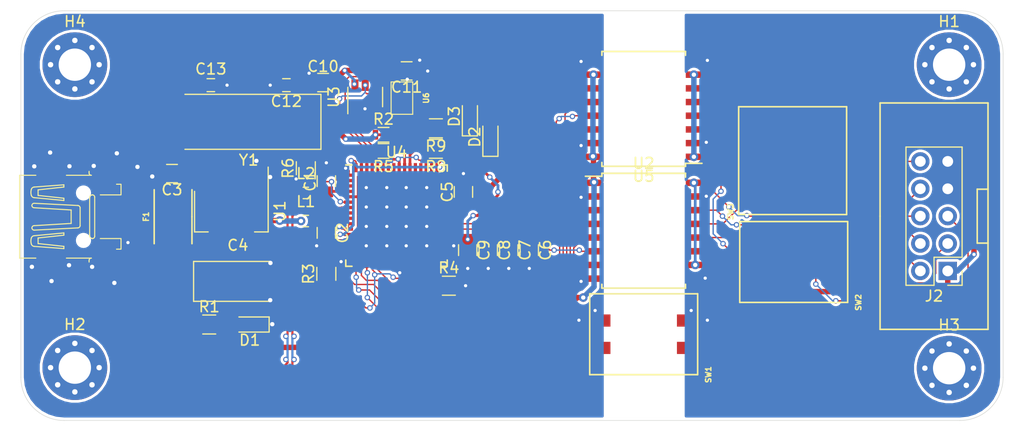
<source format=kicad_pcb>
(kicad_pcb (version 20171130) (host pcbnew "(5.1.5)-3")
  (layers (0 F.Cu signal) (31 B.Cu signal) (34 B.Paste user) (35 F.Paste user) (36 B.SilkS user) (37 F.SilkS user) (38 B.Mask user) (39 F.Mask user) (44 Edge.Cuts user))
  (net 0 "")
  (net 1 GNDD)
  (net 2 "Net-(C1-Pad1)")
  (net 3 "Net-(C2-Pad1)")
  (net 4 +5V)
  (net 5 +3V3)
  (net 6 +1V8)
  (net 7 "Net-(C12-Pad1)")
  (net 8 "Net-(C13-Pad1)")
  (net 9 "Net-(D1-Pad2)")
  (net 10 "Net-(D2-Pad1)")
  (net 11 "Net-(D3-Pad1)")
  (net 12 "Net-(F1-Pad2)")
  (net 13 GND)
  (net 14 /D-)
  (net 15 /D+)
  (net 16 "Net-(J1-Pad4)")
  (net 17 /TRST)
  (net 18 /TDI)
  (net 19 /TMS)
  (net 20 /TDO)
  (net 21 /TCK)
  (net 22 /GPIO29)
  (net 23 /GPIO28)
  (net 24 /3V3_MCU)
  (net 25 "Net-(R2-Pad2)")
  (net 26 "Net-(R3-Pad2)")
  (net 27 "Net-(R4-Pad1)")
  (net 28 /FTDI_DATA)
  (net 29 "Net-(R6-Pad2)")
  (net 30 "Net-(R8-Pad2)")
  (net 31 "Net-(R9-Pad2)")
  (net 32 /SCI_TX)
  (net 33 /SCI_RX)
  (net 34 /JTAG_TRST)
  (net 35 "Net-(U2-Pad7)")
  (net 36 "Net-(U2-Pad6)")
  (net 37 "Net-(U2-Pad5)")
  (net 38 "Net-(U2-Pad4)")
  (net 39 "Net-(U2-Pad3)")
  (net 40 /FTDI_CS)
  (net 41 /FTDI_CLK)
  (net 42 "Net-(U4-Pad60)")
  (net 43 "Net-(U4-Pad59)")
  (net 44 "Net-(U4-Pad58)")
  (net 45 "Net-(U4-Pad57)")
  (net 46 "Net-(U4-Pad53)")
  (net 47 "Net-(U4-Pad52)")
  (net 48 "Net-(U4-Pad48)")
  (net 49 "Net-(U4-Pad46)")
  (net 50 "Net-(U4-Pad45)")
  (net 51 "Net-(U4-Pad44)")
  (net 52 "Net-(U4-Pad43)")
  (net 53 "Net-(U4-Pad40)")
  (net 54 "Net-(U4-Pad39)")
  (net 55 "Net-(U4-Pad36)")
  (net 56 "Net-(U4-Pad34)")
  (net 57 "Net-(U4-Pad33)")
  (net 58 "Net-(U4-Pad30)")
  (net 59 "Net-(U4-Pad29)")
  (net 60 "Net-(U4-Pad28)")
  (net 61 "Net-(U4-Pad27)")
  (net 62 "Net-(U4-Pad26)")
  (net 63 "Net-(U4-Pad24)")
  (net 64 "Net-(U4-Pad23)")
  (net 65 "Net-(U4-Pad22)")
  (net 66 "Net-(U4-Pad21)")
  (net 67 "Net-(U4-Pad18)")
  (net 68 "Net-(U5-Pad6)")
  (net 69 "Net-(U5-Pad11)")
  (net 70 "Net-(U6-Pad7)")
  (net 71 "Net-(SW3-Pad1)")
  (net 72 "Net-(SW3-Pad2)")
  (net 73 "Net-(SW3-Pad6)")
  (net 74 "Net-(SW3-Pad5)")
  (module "XDS100v2 Programmer:2x05_Prog_Header" (layer F.Cu) (at 101.6 77.05 180)
    (fp_text reference J2 (at 0 -7.41) (layer F.SilkS))
    (fp_text value Conn_02x05_Odd_Even)
    (pad 10 thru_hole oval (at 1.27 5.08 180) (size 1.7 1.7) (drill 1) (layers *.Cu *.Mask) (net 17 /TRST))
    (pad 9 thru_hole oval (at -1.27 5.08 180) (size 1.7 1.7) (drill 1) (layers *.Cu *.Mask) (net 13 GND))
    (pad 8 thru_hole oval (at 1.27 2.54 180) (size 1.7 1.7) (drill 1) (layers *.Cu *.Mask) (net 18 /TDI))
    (pad 7 thru_hole oval (at -1.27 2.54 180) (size 1.7 1.7) (drill 1) (layers *.Cu *.Mask) (net 13 GND))
    (pad 6 thru_hole oval (at 1.27 0 180) (size 1.7 1.7) (drill 1) (layers *.Cu *.Mask) (net 20 /TDO))
    (pad 5 thru_hole oval (at -1.27 0 180) (size 1.7 1.7) (drill 1) (layers *.Cu *.Mask) (net 22 /GPIO29))
    (pad 4 thru_hole oval (at 1.27 -2.54 180) (size 1.7 1.7) (drill 1) (layers *.Cu *.Mask) (net 21 /TCK))
    (pad 3 thru_hole oval (at -1.27 -2.54 180) (size 1.7 1.7) (drill 1) (layers *.Cu *.Mask) (net 23 /GPIO28))
    (pad 2 thru_hole oval (at 1.27 -5.08 180) (size 1.7 1.7) (drill 1) (layers *.Cu *.Mask) (net 19 /TMS))
    (pad 1 thru_hole rect (at -1.27 -5.08 180) (size 1.7 1.7) (drill 1) (layers *.Cu *.Mask) (net 24 /3V3_MCU))
  )
  (module Capacitors_SMD:C_0805 (layer F.Cu) (at 45.3 73.8 90)
    (fp_text reference C1 (at 0 -1.5 90) (layer F.SilkS))
    (fp_text value 4.7uF)
    (pad 2 smd rect (at 1 0 90) (size 1 1.25) (layers F.Cu F.Paste F.Mask) (net 1 GNDD))
    (pad 1 smd rect (at -1 0 90) (size 1 1.25) (layers F.Cu F.Paste F.Mask) (net 2 "Net-(C1-Pad1)"))
  )
  (module Capacitors_SMD:C_0805 (layer F.Cu) (at 45.3 78.6 270)
    (fp_text reference C2 (at 0 -1.5 90) (layer F.SilkS))
    (fp_text value 4.7uF)
    (pad 2 smd rect (at 1 0 270) (size 1 1.25) (layers F.Cu F.Paste F.Mask) (net 1 GNDD))
    (pad 1 smd rect (at -1 0 270) (size 1 1.25) (layers F.Cu F.Paste F.Mask) (net 3 "Net-(C2-Pad1)"))
  )
  (module Capacitors_SMD:C_0805 (layer F.Cu) (at 31 73.1 180)
    (fp_text reference C3 (at 0 -1.5) (layer F.SilkS))
    (fp_text value 1uF)
    (pad 2 smd rect (at 1 0 180) (size 1 1.25) (layers F.Cu F.Paste F.Mask) (net 1 GNDD))
    (pad 1 smd rect (at -1 0 180) (size 1 1.25) (layers F.Cu F.Paste F.Mask) (net 4 +5V))
  )
  (module Capacitors_Tantalum_SMD:CP_Tantalum_Case-U_EIA-6032-15_Reflow (layer F.Cu) (at 37.1 83.1)
    (fp_text reference C4 (at 0 -3.35) (layer F.SilkS))
    (fp_text value 100uF)
    (pad 2 smd rect (at 2.525 0) (size 2.55 2.5) (layers F.Cu F.Paste F.Mask) (net 1 GNDD))
    (pad 1 smd rect (at -2.525 0) (size 2.55 2.5) (layers F.Cu F.Paste F.Mask) (net 5 +3V3))
  )
  (module Capacitors_SMD:C_0805 (layer F.Cu) (at 58 74.8 90)
    (fp_text reference C5 (at 0 -1.5 90) (layer F.SilkS))
    (fp_text value 0.1uF)
    (pad 2 smd rect (at 1 0 90) (size 1 1.25) (layers F.Cu F.Paste F.Mask) (net 1 GNDD))
    (pad 1 smd rect (at -1 0 90) (size 1 1.25) (layers F.Cu F.Paste F.Mask) (net 5 +3V3))
  )
  (module Capacitors_SMD:C_0805 (layer F.Cu) (at 64.1 80.2 270)
    (fp_text reference C6 (at 0 -1.5 90) (layer F.SilkS))
    (fp_text value 0.1uF)
    (pad 2 smd rect (at 1 0 270) (size 1 1.25) (layers F.Cu F.Paste F.Mask) (net 1 GNDD))
    (pad 1 smd rect (at -1 0 270) (size 1 1.25) (layers F.Cu F.Paste F.Mask) (net 6 +1V8))
  )
  (module Capacitors_SMD:C_0805 (layer F.Cu) (at 62.2 80.2 270)
    (fp_text reference C7 (at 0 -1.5 90) (layer F.SilkS))
    (fp_text value 0.1uF)
    (pad 1 smd rect (at -1 0 270) (size 1 1.25) (layers F.Cu F.Paste F.Mask) (net 6 +1V8))
    (pad 2 smd rect (at 1 0 270) (size 1 1.25) (layers F.Cu F.Paste F.Mask) (net 1 GNDD))
  )
  (module Capacitors_SMD:C_0805 (layer F.Cu) (at 60.3 80.2 270)
    (fp_text reference C8 (at 0 -1.5 90) (layer F.SilkS))
    (fp_text value 0.1uF)
    (pad 1 smd rect (at -1 0 270) (size 1 1.25) (layers F.Cu F.Paste F.Mask) (net 6 +1V8))
    (pad 2 smd rect (at 1 0 270) (size 1 1.25) (layers F.Cu F.Paste F.Mask) (net 1 GNDD))
  )
  (module Capacitors_SMD:C_0805 (layer F.Cu) (at 58.4 80.2 270)
    (fp_text reference C9 (at 0 -1.5 90) (layer F.SilkS))
    (fp_text value 3.3uF)
    (pad 1 smd rect (at -1 0 270) (size 1 1.25) (layers F.Cu F.Paste F.Mask) (net 6 +1V8))
    (pad 2 smd rect (at 1 0 270) (size 1 1.25) (layers F.Cu F.Paste F.Mask) (net 1 GNDD))
  )
  (module Capacitors_SMD:C_0805 (layer F.Cu) (at 45 64.66)
    (fp_text reference C10 (at 0 -1.5) (layer F.SilkS))
    (fp_text value 0.1uF)
    (pad 1 smd rect (at -1 0) (size 1 1.25) (layers F.Cu F.Paste F.Mask) (net 1 GNDD))
    (pad 2 smd rect (at 1 0) (size 1 1.25) (layers F.Cu F.Paste F.Mask) (net 5 +3V3))
  )
  (module Capacitors_SMD:C_0805 (layer F.Cu) (at 52.74 63.58 180)
    (fp_text reference C11 (at 0 -1.5) (layer F.SilkS))
    (fp_text value 0.1uF)
    (pad 1 smd rect (at -1 0 180) (size 1 1.25) (layers F.Cu F.Paste F.Mask) (net 1 GNDD))
    (pad 2 smd rect (at 1 0 180) (size 1 1.25) (layers F.Cu F.Paste F.Mask) (net 5 +3V3))
  )
  (module Capacitors_SMD:C_0603 (layer F.Cu) (at 41.6 64.9 180)
    (fp_text reference C12 (at 0 -1.5) (layer F.SilkS))
    (fp_text value 36p)
    (pad 1 smd rect (at -0.75 0 180) (size 0.8 0.75) (layers F.Cu F.Paste F.Mask) (net 7 "Net-(C12-Pad1)"))
    (pad 2 smd rect (at 0.75 0 180) (size 0.8 0.75) (layers F.Cu F.Paste F.Mask) (net 1 GNDD))
  )
  (module Capacitors_SMD:C_0603 (layer F.Cu) (at 34.6 64.9)
    (fp_text reference C13 (at 0 -1.5) (layer F.SilkS))
    (fp_text value 36p)
    (pad 2 smd rect (at 0.75 0) (size 0.8 0.75) (layers F.Cu F.Paste F.Mask) (net 1 GNDD))
    (pad 1 smd rect (at -0.75 0) (size 0.8 0.75) (layers F.Cu F.Paste F.Mask) (net 8 "Net-(C13-Pad1)"))
  )
  (module LEDs:LED_0805 (layer F.Cu) (at 38.2 87.1 180)
    (fp_text reference D1 (at 0 -1.45) (layer F.SilkS))
    (fp_text value LED)
    (pad 1 smd rect (at -1.1 0) (size 1.2 1.2) (layers F.Cu F.Paste F.Mask) (net 1 GNDD))
    (pad 2 smd rect (at 1.1 0) (size 1.2 1.2) (layers F.Cu F.Paste F.Mask) (net 9 "Net-(D1-Pad2)"))
  )
  (module LEDs:LED_0805 (layer F.Cu) (at 60.5 69.7 90)
    (fp_text reference D2 (at 0 -1.45 90) (layer F.SilkS))
    (fp_text value LED)
    (pad 2 smd rect (at 1.1 0 270) (size 1.2 1.2) (layers F.Cu F.Paste F.Mask) (net 5 +3V3))
    (pad 1 smd rect (at -1.1 0 270) (size 1.2 1.2) (layers F.Cu F.Paste F.Mask) (net 10 "Net-(D2-Pad1)"))
  )
  (module LEDs:LED_0805 (layer F.Cu) (at 58.6 67.8 90)
    (fp_text reference D3 (at 0 -1.45 90) (layer F.SilkS))
    (fp_text value LED)
    (pad 1 smd rect (at -1.1 0 270) (size 1.2 1.2) (layers F.Cu F.Paste F.Mask) (net 11 "Net-(D3-Pad1)"))
    (pad 2 smd rect (at 1.1 0 270) (size 1.2 1.2) (layers F.Cu F.Paste F.Mask) (net 5 +3V3))
  )
  (module "XDS100v2 Programmer:1812_PloyFuse" (layer F.Cu) (at 31.1 77.1 270)
    (fp_text reference F1 (at 0 2.5 90) (layer F.SilkS) (effects (font (size 0.5 0.5) (thickness 0.125))))
    (fp_text value 500mA)
    (pad 1 smd rect (at -2.1 0 270) (size 1.5 3.2) (layers F.Cu F.Paste F.Mask) (net 4 +5V))
    (pad 2 smd rect (at 2.1 0 270) (size 1.5 3.2) (layers F.Cu F.Paste F.Mask) (net 12 "Net-(F1-Pad2)"))
  )
  (module Mounting_Holes:MountingHole_3mm_Pad_Via (layer F.Cu) (at 103 63)
    (fp_text reference H1 (at 0 -4) (layer F.SilkS))
    (fp_text value MountingHole_Pad)
    (pad 1 thru_hole circle (at 0 0) (size 6 6) (drill 3) (layers *.Cu *.Mask))
    (pad 1 thru_hole circle (at 2.25 0) (size 0.8 0.8) (drill 0.5) (layers *.Cu *.Mask))
    (pad 1 thru_hole circle (at 1.59099 1.59099) (size 0.8 0.8) (drill 0.5) (layers *.Cu *.Mask))
    (pad 1 thru_hole circle (at 0 2.25) (size 0.8 0.8) (drill 0.5) (layers *.Cu *.Mask))
    (pad 1 thru_hole circle (at -1.59099 1.59099) (size 0.8 0.8) (drill 0.5) (layers *.Cu *.Mask))
    (pad 1 thru_hole circle (at -2.25 0) (size 0.8 0.8) (drill 0.5) (layers *.Cu *.Mask))
    (pad 1 thru_hole circle (at -1.59099 -1.59099) (size 0.8 0.8) (drill 0.5) (layers *.Cu *.Mask))
    (pad 1 thru_hole circle (at 0 -2.25) (size 0.8 0.8) (drill 0.5) (layers *.Cu *.Mask))
    (pad 1 thru_hole circle (at 1.59099 -1.59099) (size 0.8 0.8) (drill 0.5) (layers *.Cu *.Mask))
  )
  (module Mounting_Holes:MountingHole_3mm_Pad_Via (layer F.Cu) (at 22 91.1)
    (fp_text reference H2 (at 0 -4) (layer F.SilkS))
    (fp_text value MountingHole_Pad)
    (pad 1 thru_hole circle (at 1.59099 -1.59099) (size 0.8 0.8) (drill 0.5) (layers *.Cu *.Mask))
    (pad 1 thru_hole circle (at 0 -2.25) (size 0.8 0.8) (drill 0.5) (layers *.Cu *.Mask))
    (pad 1 thru_hole circle (at -1.59099 -1.59099) (size 0.8 0.8) (drill 0.5) (layers *.Cu *.Mask))
    (pad 1 thru_hole circle (at -2.25 0) (size 0.8 0.8) (drill 0.5) (layers *.Cu *.Mask))
    (pad 1 thru_hole circle (at -1.59099 1.59099) (size 0.8 0.8) (drill 0.5) (layers *.Cu *.Mask))
    (pad 1 thru_hole circle (at 0 2.25) (size 0.8 0.8) (drill 0.5) (layers *.Cu *.Mask))
    (pad 1 thru_hole circle (at 1.59099 1.59099) (size 0.8 0.8) (drill 0.5) (layers *.Cu *.Mask))
    (pad 1 thru_hole circle (at 2.25 0) (size 0.8 0.8) (drill 0.5) (layers *.Cu *.Mask))
    (pad 1 thru_hole circle (at 0 0) (size 6 6) (drill 3) (layers *.Cu *.Mask))
  )
  (module Mounting_Holes:MountingHole_3mm_Pad_Via (layer F.Cu) (at 103 91.15)
    (fp_text reference H3 (at 0 -4) (layer F.SilkS))
    (fp_text value MountingHole_Pad)
    (pad 1 thru_hole circle (at 0 0) (size 6 6) (drill 3) (layers *.Cu *.Mask))
    (pad 1 thru_hole circle (at 2.25 0) (size 0.8 0.8) (drill 0.5) (layers *.Cu *.Mask))
    (pad 1 thru_hole circle (at 1.59099 1.59099) (size 0.8 0.8) (drill 0.5) (layers *.Cu *.Mask))
    (pad 1 thru_hole circle (at 0 2.25) (size 0.8 0.8) (drill 0.5) (layers *.Cu *.Mask))
    (pad 1 thru_hole circle (at -1.59099 1.59099) (size 0.8 0.8) (drill 0.5) (layers *.Cu *.Mask))
    (pad 1 thru_hole circle (at -2.25 0) (size 0.8 0.8) (drill 0.5) (layers *.Cu *.Mask))
    (pad 1 thru_hole circle (at -1.59099 -1.59099) (size 0.8 0.8) (drill 0.5) (layers *.Cu *.Mask))
    (pad 1 thru_hole circle (at 0 -2.25) (size 0.8 0.8) (drill 0.5) (layers *.Cu *.Mask))
    (pad 1 thru_hole circle (at 1.59099 -1.59099) (size 0.8 0.8) (drill 0.5) (layers *.Cu *.Mask))
  )
  (module Mounting_Holes:MountingHole_3mm_Pad_Via (layer F.Cu) (at 22 63)
    (fp_text reference H4 (at 0 -4) (layer F.SilkS))
    (fp_text value MountingHole_Pad)
    (pad 1 thru_hole circle (at 1.59099 -1.59099) (size 0.8 0.8) (drill 0.5) (layers *.Cu *.Mask))
    (pad 1 thru_hole circle (at 0 -2.25) (size 0.8 0.8) (drill 0.5) (layers *.Cu *.Mask))
    (pad 1 thru_hole circle (at -1.59099 -1.59099) (size 0.8 0.8) (drill 0.5) (layers *.Cu *.Mask))
    (pad 1 thru_hole circle (at -2.25 0) (size 0.8 0.8) (drill 0.5) (layers *.Cu *.Mask))
    (pad 1 thru_hole circle (at -1.59099 1.59099) (size 0.8 0.8) (drill 0.5) (layers *.Cu *.Mask))
    (pad 1 thru_hole circle (at 0 2.25) (size 0.8 0.8) (drill 0.5) (layers *.Cu *.Mask))
    (pad 1 thru_hole circle (at 1.59099 1.59099) (size 0.8 0.8) (drill 0.5) (layers *.Cu *.Mask))
    (pad 1 thru_hole circle (at 2.25 0) (size 0.8 0.8) (drill 0.5) (layers *.Cu *.Mask))
    (pad 1 thru_hole circle (at 0 0) (size 6 6) (drill 3) (layers *.Cu *.Mask))
  )
  (module "XDS100v2 Programmer:USB_Mini_B_32005-201" (layer F.Cu) (at 22.8 77.1)
    (fp_text reference J1 hide)
    (fp_text value USB_B_Mini hide)
    (pad 6 smd rect (at -3 4.45) (size 2.5 2) (layers F.Cu F.Paste F.Mask) (net 1 GNDD))
    (pad 6 smd rect (at -3 -4.45) (size 2.5 2) (layers F.Cu F.Paste F.Mask) (net 1 GNDD))
    (pad 6 smd rect (at 2.9 4.45) (size 3.3 2) (layers F.Cu F.Paste F.Mask) (net 1 GNDD))
    (pad 6 smd rect (at 2.9 -4.45) (size 3.3 2) (layers F.Cu F.Paste F.Mask) (net 1 GNDD))
    (pad 1 smd rect (at 3 -1.6) (size 3.1 0.5) (layers F.Cu F.Paste F.Mask) (net 12 "Net-(F1-Pad2)"))
    (pad 2 smd rect (at 3 -0.8) (size 3.1 0.5) (layers F.Cu F.Paste F.Mask) (net 14 /D-))
    (pad 3 smd rect (at 3 0) (size 3.1 0.5) (layers F.Cu F.Paste F.Mask) (net 15 /D+))
    (pad 4 smd rect (at 3 0.8) (size 3.1 0.5) (layers F.Cu F.Paste F.Mask) (net 16 "Net-(J1-Pad4)"))
    (pad 5 smd rect (at 3 1.6) (size 3.1 0.5) (layers F.Cu F.Paste F.Mask) (net 1 GNDD))
    (pad "" np_thru_hole circle (at 0 -2.2) (size 0.9 0.9) (drill 0.9) (layers *.Cu))
    (pad "" np_thru_hole circle (at 0 2.2) (size 0.9 0.9) (drill 0.9) (layers *.Cu))
  )
  (module Inductors_SMD:L_0402 (layer F.Cu) (at 43.4 77.5)
    (fp_text reference L1 (at 0 -1.8) (layer F.SilkS))
    (fp_text value FB)
    (pad 1 smd rect (at -0.45 0) (size 0.4 0.6) (layers F.Cu F.Paste F.Mask) (net 5 +3V3))
    (pad 2 smd rect (at 0.45 0) (size 0.4 0.6) (layers F.Cu F.Paste F.Mask) (net 3 "Net-(C2-Pad1)"))
  )
  (module Inductors_SMD:L_0402 (layer F.Cu) (at 43.4 74.9)
    (fp_text reference L2 (at 0 -1.8) (layer F.SilkS))
    (fp_text value FB)
    (pad 2 smd rect (at 0.45 0) (size 0.4 0.6) (layers F.Cu F.Paste F.Mask) (net 2 "Net-(C1-Pad1)"))
    (pad 1 smd rect (at -0.45 0) (size 0.4 0.6) (layers F.Cu F.Paste F.Mask) (net 5 +3V3))
  )
  (module Resistors_SMD:R_0805 (layer F.Cu) (at 34.45 87.1)
    (fp_text reference R1 (at 0 -1.65) (layer F.SilkS))
    (fp_text value 820)
    (pad 2 smd rect (at 0.95 0) (size 0.7 1.3) (layers F.Cu F.Paste F.Mask) (net 9 "Net-(D1-Pad2)"))
    (pad 1 smd rect (at -0.95 0) (size 0.7 1.3) (layers F.Cu F.Paste F.Mask) (net 5 +3V3))
  )
  (module Resistors_SMD:R_0805 (layer F.Cu) (at 45.3 82.4 90)
    (fp_text reference R3 (at 0 -1.65 90) (layer F.SilkS))
    (fp_text value 1k)
    (pad 1 smd rect (at -0.95 0 90) (size 0.7 1.3) (layers F.Cu F.Paste F.Mask) (net 5 +3V3))
    (pad 2 smd rect (at 0.95 0 90) (size 0.7 1.3) (layers F.Cu F.Paste F.Mask) (net 26 "Net-(R3-Pad2)"))
  )
  (module Resistors_SMD:R_0805 (layer F.Cu) (at 56.65 83.5)
    (fp_text reference R4 (at 0 -1.65) (layer F.SilkS))
    (fp_text value 1k)
    (pad 2 smd rect (at 0.95 0) (size 0.7 1.3) (layers F.Cu F.Paste F.Mask) (net 1 GNDD))
    (pad 1 smd rect (at -0.95 0) (size 0.7 1.3) (layers F.Cu F.Paste F.Mask) (net 27 "Net-(R4-Pad1)"))
  )
  (module Resistors_SMD:R_0805 (layer F.Cu) (at 43.4 72.6 90)
    (fp_text reference R6 (at 0 -1.65 90) (layer F.SilkS))
    (fp_text value 12k)
    (pad 2 smd rect (at 0.95 0 90) (size 0.7 1.3) (layers F.Cu F.Paste F.Mask) (net 29 "Net-(R6-Pad2)"))
    (pad 1 smd rect (at -0.95 0 90) (size 0.7 1.3) (layers F.Cu F.Paste F.Mask) (net 1 GNDD))
  )
  (module Resistors_SMD:R_0805 (layer F.Cu) (at 55.45 70.8 180)
    (fp_text reference R8 (at 0 -1.65) (layer F.SilkS))
    (fp_text value 330)
    (pad 1 smd rect (at -0.95 0 180) (size 0.7 1.3) (layers F.Cu F.Paste F.Mask) (net 10 "Net-(D2-Pad1)"))
    (pad 2 smd rect (at 0.95 0 180) (size 0.7 1.3) (layers F.Cu F.Paste F.Mask) (net 30 "Net-(R8-Pad2)"))
  )
  (module Resistors_SMD:R_0805 (layer F.Cu) (at 55.45 68.9 180)
    (fp_text reference R9 (at 0 -1.65) (layer F.SilkS))
    (fp_text value 330)
    (pad 2 smd rect (at 0.95 0 180) (size 0.7 1.3) (layers F.Cu F.Paste F.Mask) (net 31 "Net-(R9-Pad2)"))
    (pad 1 smd rect (at -0.95 0 180) (size 0.7 1.3) (layers F.Cu F.Paste F.Mask) (net 11 "Net-(D3-Pad1)"))
  )
  (module "XDS100v2 Programmer:CTS_DPST_Switch" (layer F.Cu) (at 74.7 88 90)
    (fp_text reference SW1 (at -3.75 6 90) (layer F.SilkS) (effects (font (size 0.5 0.5) (thickness 0.125))))
    (fp_text value SW_DIP_x02)
    (pad 1 smd rect (at -1.27 -4.3 90) (size 1.13 2.44) (layers F.Cu F.Paste F.Mask) (net 5 +3V3))
    (pad 2 smd rect (at 1.27 -4.3 90) (size 1.13 2.44) (layers F.Cu F.Paste F.Mask) (net 1 GNDD))
    (pad 4 smd rect (at -1.27 4.3 90) (size 1.13 2.44) (layers F.Cu F.Paste F.Mask) (net 24 /3V3_MCU))
    (pad 3 smd rect (at 1.27 4.3 90) (size 1.13 2.44) (layers F.Cu F.Paste F.Mask) (net 13 GND))
  )
  (module "XDS100v2 Programmer:CTS_DPST_Switch" (layer F.Cu) (at 88.6 81.3 90)
    (fp_text reference SW2 (at -3.75 6 90) (layer F.SilkS) (effects (font (size 0.5 0.5) (thickness 0.125))))
    (fp_text value SW_DIP_x02)
    (pad 3 smd rect (at 1.27 4.3 90) (size 1.13 2.44) (layers F.Cu F.Paste F.Mask) (net 22 /GPIO29))
    (pad 4 smd rect (at -1.27 4.3 90) (size 1.13 2.44) (layers F.Cu F.Paste F.Mask) (net 23 /GPIO28))
    (pad 2 smd rect (at 1.27 -4.3 90) (size 1.13 2.44) (layers F.Cu F.Paste F.Mask) (net 32 /SCI_TX))
    (pad 1 smd rect (at -1.27 -4.3 90) (size 1.13 2.44) (layers F.Cu F.Paste F.Mask) (net 33 /SCI_RX))
  )
  (module "XDS100v2 Programmer:CTS_3DIP_Switch" (layer F.Cu) (at 88.5 71.9 270)
    (fp_text reference SW3 (at 4.75 5.75 90) (layer F.SilkS) (effects (font (size 0.5 0.5) (thickness 0.125))))
    (fp_text value SW_DIP_x03)
    (pad 1 smd rect (at -2.54 -4.3 270) (size 1.13 2.44) (layers F.Cu F.Paste F.Mask) (net 71 "Net-(SW3-Pad1)"))
    (pad 2 smd rect (at 0 -4.3 270) (size 1.13 2.44) (layers F.Cu F.Paste F.Mask) (net 72 "Net-(SW3-Pad2)"))
    (pad 6 smd rect (at -2.54 4.3 270) (size 1.13 2.44) (layers F.Cu F.Paste F.Mask) (net 73 "Net-(SW3-Pad6)"))
    (pad 5 smd rect (at 0 4.3 270) (size 1.13 2.44) (layers F.Cu F.Paste F.Mask) (net 74 "Net-(SW3-Pad5)"))
    (pad 3 smd rect (at 2.54 -4.3 270) (size 1.13 2.44) (layers F.Cu F.Paste F.Mask) (net 17 /TRST))
    (pad 4 smd rect (at 2.54 4.3 270) (size 1.13 2.44) (layers F.Cu F.Paste F.Mask) (net 34 /JTAG_TRST))
  )
  (module Housings_SOIC:SOIC-16W_7.5x10.3mm_Pitch1.27mm (layer F.Cu) (at 74.7 78.4)
    (fp_text reference U2 (at 0 -6.25) (layer F.SilkS))
    (fp_text value ISO7240)
    (pad 16 smd rect (at 4.65 -4.445) (size 1.5 0.6) (layers F.Cu F.Paste F.Mask) (net 24 /3V3_MCU))
    (pad 15 smd rect (at 4.65 -3.175) (size 1.5 0.6) (layers F.Cu F.Paste F.Mask) (net 13 GND))
    (pad 14 smd rect (at 4.65 -1.905) (size 1.5 0.6) (layers F.Cu F.Paste F.Mask) (net 21 /TCK))
    (pad 13 smd rect (at 4.65 -0.635) (size 1.5 0.6) (layers F.Cu F.Paste F.Mask) (net 18 /TDI))
    (pad 12 smd rect (at 4.65 0.635) (size 1.5 0.6) (layers F.Cu F.Paste F.Mask) (net 19 /TMS))
    (pad 11 smd rect (at 4.65 1.905) (size 1.5 0.6) (layers F.Cu F.Paste F.Mask) (net 33 /SCI_RX))
    (pad 10 smd rect (at 4.65 3.175) (size 1.5 0.6) (layers F.Cu F.Paste F.Mask) (net 24 /3V3_MCU))
    (pad 9 smd rect (at 4.65 4.445) (size 1.5 0.6) (layers F.Cu F.Paste F.Mask) (net 13 GND))
    (pad 8 smd rect (at -4.65 4.445) (size 1.5 0.6) (layers F.Cu F.Paste F.Mask) (net 1 GNDD))
    (pad 7 smd rect (at -4.65 3.175) (size 1.5 0.6) (layers F.Cu F.Paste F.Mask) (net 35 "Net-(U2-Pad7)"))
    (pad 6 smd rect (at -4.65 1.905) (size 1.5 0.6) (layers F.Cu F.Paste F.Mask) (net 36 "Net-(U2-Pad6)"))
    (pad 5 smd rect (at -4.65 0.635) (size 1.5 0.6) (layers F.Cu F.Paste F.Mask) (net 37 "Net-(U2-Pad5)"))
    (pad 4 smd rect (at -4.65 -0.635) (size 1.5 0.6) (layers F.Cu F.Paste F.Mask) (net 38 "Net-(U2-Pad4)"))
    (pad 3 smd rect (at -4.65 -1.905) (size 1.5 0.6) (layers F.Cu F.Paste F.Mask) (net 39 "Net-(U2-Pad3)"))
    (pad 2 smd rect (at -4.65 -3.175) (size 1.5 0.6) (layers F.Cu F.Paste F.Mask) (net 1 GNDD))
    (pad 1 smd rect (at -4.65 -4.445) (size 1.5 0.6) (layers F.Cu F.Paste F.Mask) (net 5 +3V3))
  )
  (module TO_SOT_Packages_SMD:SOT-23-6 (layer F.Cu) (at 48.9 66 90)
    (fp_text reference U3 (at 0 -2.9 90) (layer F.SilkS))
    (fp_text value EEPROM_Array)
    (pad 5 smd rect (at 1.1 0 90) (size 1.06 0.65) (layers F.Cu F.Paste F.Mask) (net 40 /FTDI_CS))
    (pad 6 smd rect (at 1.1 -0.95 90) (size 1.06 0.65) (layers F.Cu F.Paste F.Mask) (net 5 +3V3))
    (pad 4 smd rect (at 1.1 0.95 90) (size 1.06 0.65) (layers F.Cu F.Paste F.Mask) (net 41 /FTDI_CLK))
    (pad 3 smd rect (at -1.1 0.95 90) (size 1.06 0.65) (layers F.Cu F.Paste F.Mask) (net 28 /FTDI_DATA))
    (pad 2 smd rect (at -1.1 0 90) (size 1.06 0.65) (layers F.Cu F.Paste F.Mask) (net 1 GNDD))
    (pad 1 smd rect (at -1.1 -0.95 90) (size 1.06 0.65) (layers F.Cu F.Paste F.Mask) (net 25 "Net-(R2-Pad2)"))
  )
  (module Housings_DFN_QFN:QFN-64-1EP_9x9mm_Pitch0.5mm (layer F.Cu) (at 51.8 77)
    (fp_text reference U4 (at 0 -5.875) (layer F.SilkS))
    (fp_text value FT2232H)
    (pad 65 smd rect (at -2.75625 -2.75625) (size 1.8375 1.8375) (layers F.Cu F.Paste F.Mask) (net 1 GNDD))
    (pad 65 smd rect (at -2.75625 -0.91875) (size 1.8375 1.8375) (layers F.Cu F.Paste F.Mask) (net 1 GNDD))
    (pad 65 smd rect (at -2.75625 0.91875) (size 1.8375 1.8375) (layers F.Cu F.Paste F.Mask) (net 1 GNDD))
    (pad 65 smd rect (at -2.75625 2.75625) (size 1.8375 1.8375) (layers F.Cu F.Paste F.Mask) (net 1 GNDD))
    (pad 65 smd rect (at -0.91875 -2.75625) (size 1.8375 1.8375) (layers F.Cu F.Paste F.Mask) (net 1 GNDD))
    (pad 65 smd rect (at -0.91875 -0.91875) (size 1.8375 1.8375) (layers F.Cu F.Paste F.Mask) (net 1 GNDD))
    (pad 65 smd rect (at -0.91875 0.91875) (size 1.8375 1.8375) (layers F.Cu F.Paste F.Mask) (net 1 GNDD))
    (pad 65 smd rect (at -0.91875 2.75625) (size 1.8375 1.8375) (layers F.Cu F.Paste F.Mask) (net 1 GNDD))
    (pad 65 smd rect (at 0.91875 -2.75625) (size 1.8375 1.8375) (layers F.Cu F.Paste F.Mask) (net 1 GNDD))
    (pad 65 smd rect (at 0.91875 -0.91875) (size 1.8375 1.8375) (layers F.Cu F.Paste F.Mask) (net 1 GNDD))
    (pad 65 smd rect (at 0.91875 0.91875) (size 1.8375 1.8375) (layers F.Cu F.Paste F.Mask) (net 1 GNDD))
    (pad 65 smd rect (at 0.91875 2.75625) (size 1.8375 1.8375) (layers F.Cu F.Paste F.Mask) (net 1 GNDD))
    (pad 65 smd rect (at 2.75625 -2.75625) (size 1.8375 1.8375) (layers F.Cu F.Paste F.Mask) (net 1 GNDD))
    (pad 65 smd rect (at 2.75625 -0.91875) (size 1.8375 1.8375) (layers F.Cu F.Paste F.Mask) (net 1 GNDD))
    (pad 65 smd rect (at 2.75625 0.91875) (size 1.8375 1.8375) (layers F.Cu F.Paste F.Mask) (net 1 GNDD))
    (pad 65 smd rect (at 2.75625 2.75625) (size 1.8375 1.8375) (layers F.Cu F.Paste F.Mask) (net 1 GNDD))
    (pad 64 smd rect (at -3.75 -4.45 90) (size 0.85 0.3) (layers F.Cu F.Paste F.Mask) (net 6 +1V8))
    (pad 63 smd rect (at -3.25 -4.45 90) (size 0.85 0.3) (layers F.Cu F.Paste F.Mask) (net 40 /FTDI_CS))
    (pad 62 smd rect (at -2.75 -4.45 90) (size 0.85 0.3) (layers F.Cu F.Paste F.Mask) (net 41 /FTDI_CLK))
    (pad 61 smd rect (at -2.25 -4.45 90) (size 0.85 0.3) (layers F.Cu F.Paste F.Mask) (net 28 /FTDI_DATA))
    (pad 60 smd rect (at -1.75 -4.45 90) (size 0.85 0.3) (layers F.Cu F.Paste F.Mask) (net 42 "Net-(U4-Pad60)"))
    (pad 59 smd rect (at -1.25 -4.45 90) (size 0.85 0.3) (layers F.Cu F.Paste F.Mask) (net 43 "Net-(U4-Pad59)"))
    (pad 58 smd rect (at -0.75 -4.45 90) (size 0.85 0.3) (layers F.Cu F.Paste F.Mask) (net 44 "Net-(U4-Pad58)"))
    (pad 57 smd rect (at -0.25 -4.45 90) (size 0.85 0.3) (layers F.Cu F.Paste F.Mask) (net 45 "Net-(U4-Pad57)"))
    (pad 56 smd rect (at 0.25 -4.45 90) (size 0.85 0.3) (layers F.Cu F.Paste F.Mask) (net 5 +3V3))
    (pad 55 smd rect (at 0.75 -4.45 90) (size 0.85 0.3) (layers F.Cu F.Paste F.Mask) (net 31 "Net-(R9-Pad2)"))
    (pad 54 smd rect (at 1.25 -4.45 90) (size 0.85 0.3) (layers F.Cu F.Paste F.Mask) (net 30 "Net-(R8-Pad2)"))
    (pad 53 smd rect (at 1.75 -4.45 90) (size 0.85 0.3) (layers F.Cu F.Paste F.Mask) (net 46 "Net-(U4-Pad53)"))
    (pad 52 smd rect (at 2.25 -4.45 90) (size 0.85 0.3) (layers F.Cu F.Paste F.Mask) (net 47 "Net-(U4-Pad52)"))
    (pad 51 smd rect (at 2.75 -4.45 90) (size 0.85 0.3) (layers F.Cu F.Paste F.Mask) (net 1 GNDD))
    (pad 50 smd rect (at 3.25 -4.45 90) (size 0.85 0.3) (layers F.Cu F.Paste F.Mask) (net 5 +3V3))
    (pad 49 smd rect (at 3.75 -4.45 90) (size 0.85 0.3) (layers F.Cu F.Paste F.Mask) (net 6 +1V8))
    (pad 48 smd rect (at 4.45 -3.75) (size 0.85 0.3) (layers F.Cu F.Paste F.Mask) (net 48 "Net-(U4-Pad48)"))
    (pad 47 smd rect (at 4.45 -3.25) (size 0.85 0.3) (layers F.Cu F.Paste F.Mask) (net 1 GNDD))
    (pad 46 smd rect (at 4.45 -2.75) (size 0.85 0.3) (layers F.Cu F.Paste F.Mask) (net 49 "Net-(U4-Pad46)"))
    (pad 45 smd rect (at 4.45 -2.25) (size 0.85 0.3) (layers F.Cu F.Paste F.Mask) (net 50 "Net-(U4-Pad45)"))
    (pad 44 smd rect (at 4.45 -1.75) (size 0.85 0.3) (layers F.Cu F.Paste F.Mask) (net 51 "Net-(U4-Pad44)"))
    (pad 43 smd rect (at 4.45 -1.25) (size 0.85 0.3) (layers F.Cu F.Paste F.Mask) (net 52 "Net-(U4-Pad43)"))
    (pad 42 smd rect (at 4.45 -0.75) (size 0.85 0.3) (layers F.Cu F.Paste F.Mask) (net 5 +3V3))
    (pad 41 smd rect (at 4.45 -0.25) (size 0.85 0.3) (layers F.Cu F.Paste F.Mask) (net 53 "Net-(U4-Pad40)"))
    (pad 40 smd rect (at 4.45 0.25) (size 0.85 0.3) (layers F.Cu F.Paste F.Mask) (net 53 "Net-(U4-Pad40)"))
    (pad 39 smd rect (at 4.45 0.75) (size 0.85 0.3) (layers F.Cu F.Paste F.Mask) (net 54 "Net-(U4-Pad39)"))
    (pad 38 smd rect (at 4.45 1.25) (size 0.85 0.3) (layers F.Cu F.Paste F.Mask) (net 36 "Net-(U2-Pad6)"))
    (pad 37 smd rect (at 4.45 1.75) (size 0.85 0.3) (layers F.Cu F.Paste F.Mask) (net 6 +1V8))
    (pad 36 smd rect (at 4.45 2.25) (size 0.85 0.3) (layers F.Cu F.Paste F.Mask) (net 55 "Net-(U4-Pad36)"))
    (pad 35 smd rect (at 4.45 2.75) (size 0.85 0.3) (layers F.Cu F.Paste F.Mask) (net 1 GNDD))
    (pad 34 smd rect (at 4.45 3.25) (size 0.85 0.3) (layers F.Cu F.Paste F.Mask) (net 56 "Net-(U4-Pad34)"))
    (pad 33 smd rect (at 4.45 3.75) (size 0.85 0.3) (layers F.Cu F.Paste F.Mask) (net 57 "Net-(U4-Pad33)"))
    (pad 32 smd rect (at 3.75 4.45 90) (size 0.85 0.3) (layers F.Cu F.Paste F.Mask) (net 27 "Net-(R4-Pad1)"))
    (pad 31 smd rect (at 3.25 4.45 90) (size 0.85 0.3) (layers F.Cu F.Paste F.Mask) (net 5 +3V3))
    (pad 30 smd rect (at 2.75 4.45 90) (size 0.85 0.3) (layers F.Cu F.Paste F.Mask) (net 58 "Net-(U4-Pad30)"))
    (pad 29 smd rect (at 2.25 4.45 90) (size 0.85 0.3) (layers F.Cu F.Paste F.Mask) (net 59 "Net-(U4-Pad29)"))
    (pad 28 smd rect (at 1.75 4.45 90) (size 0.85 0.3) (layers F.Cu F.Paste F.Mask) (net 60 "Net-(U4-Pad28)"))
    (pad 27 smd rect (at 1.25 4.45 90) (size 0.85 0.3) (layers F.Cu F.Paste F.Mask) (net 61 "Net-(U4-Pad27)"))
    (pad 26 smd rect (at 0.75 4.45 90) (size 0.85 0.3) (layers F.Cu F.Paste F.Mask) (net 62 "Net-(U4-Pad26)"))
    (pad 25 smd rect (at 0.25 4.45 90) (size 0.85 0.3) (layers F.Cu F.Paste F.Mask) (net 1 GNDD))
    (pad 24 smd rect (at -0.25 4.45 90) (size 0.85 0.3) (layers F.Cu F.Paste F.Mask) (net 63 "Net-(U4-Pad24)"))
    (pad 23 smd rect (at -0.75 4.45 90) (size 0.85 0.3) (layers F.Cu F.Paste F.Mask) (net 64 "Net-(U4-Pad23)"))
    (pad 22 smd rect (at -1.25 4.45 90) (size 0.85 0.3) (layers F.Cu F.Paste F.Mask) (net 65 "Net-(U4-Pad22)"))
    (pad 21 smd rect (at -1.75 4.45 90) (size 0.85 0.3) (layers F.Cu F.Paste F.Mask) (net 66 "Net-(U4-Pad21)"))
    (pad 20 smd rect (at -2.25 4.45 90) (size 0.85 0.3) (layers F.Cu F.Paste F.Mask) (net 5 +3V3))
    (pad 19 smd rect (at -2.75 4.45 90) (size 0.85 0.3) (layers F.Cu F.Paste F.Mask) (net 37 "Net-(U2-Pad5)"))
    (pad 18 smd rect (at -3.25 4.45 90) (size 0.85 0.3) (layers F.Cu F.Paste F.Mask) (net 67 "Net-(U4-Pad18)"))
    (pad 17 smd rect (at -3.75 4.45 90) (size 0.85 0.3) (layers F.Cu F.Paste F.Mask) (net 38 "Net-(U2-Pad4)"))
    (pad 16 smd rect (at -4.45 3.75) (size 0.85 0.3) (layers F.Cu F.Paste F.Mask) (net 39 "Net-(U2-Pad3)"))
    (pad 15 smd rect (at -4.45 3.25) (size 0.85 0.3) (layers F.Cu F.Paste F.Mask) (net 1 GNDD))
    (pad 14 smd rect (at -4.45 2.75) (size 0.85 0.3) (layers F.Cu F.Paste F.Mask) (net 26 "Net-(R3-Pad2)"))
    (pad 13 smd rect (at -4.45 2.25) (size 0.85 0.3) (layers F.Cu F.Paste F.Mask) (net 1 GNDD))
    (pad 12 smd rect (at -4.45 1.75) (size 0.85 0.3) (layers F.Cu F.Paste F.Mask) (net 6 +1V8))
    (pad 11 smd rect (at -4.45 1.25) (size 0.85 0.3) (layers F.Cu F.Paste F.Mask) (net 1 GNDD))
    (pad 10 smd rect (at -4.45 0.75) (size 0.85 0.3) (layers F.Cu F.Paste F.Mask) (net 1 GNDD))
    (pad 9 smd rect (at -4.45 0.25) (size 0.85 0.3) (layers F.Cu F.Paste F.Mask) (net 3 "Net-(C2-Pad1)"))
    (pad 8 smd rect (at -4.45 -0.25) (size 0.85 0.3) (layers F.Cu F.Paste F.Mask) (net 15 /D+))
    (pad 7 smd rect (at -4.45 -0.75) (size 0.85 0.3) (layers F.Cu F.Paste F.Mask) (net 14 /D-))
    (pad 6 smd rect (at -4.45 -1.25) (size 0.85 0.3) (layers F.Cu F.Paste F.Mask) (net 29 "Net-(R6-Pad2)"))
    (pad 5 smd rect (at -4.45 -1.75) (size 0.85 0.3) (layers F.Cu F.Paste F.Mask) (net 1 GNDD))
    (pad 4 smd rect (at -4.45 -2.25) (size 0.85 0.3) (layers F.Cu F.Paste F.Mask) (net 2 "Net-(C1-Pad1)"))
    (pad 3 smd rect (at -4.45 -2.75) (size 0.85 0.3) (layers F.Cu F.Paste F.Mask) (net 8 "Net-(C13-Pad1)"))
    (pad 2 smd rect (at -4.45 -3.25) (size 0.85 0.3) (layers F.Cu F.Paste F.Mask) (net 7 "Net-(C12-Pad1)"))
    (pad 1 smd rect (at -4.45 -3.75) (size 0.85 0.3) (layers F.Cu F.Paste F.Mask) (net 1 GNDD))
  )
  (module Housings_SOIC:SOIC-16W_7.5x10.3mm_Pitch1.27mm (layer F.Cu) (at 74.7 67.1 180)
    (fp_text reference U5 (at 0 -6.25) (layer F.SilkS))
    (fp_text value ISO7231)
    (pad 1 smd rect (at -4.65 -4.445 180) (size 1.5 0.6) (layers F.Cu F.Paste F.Mask) (net 24 /3V3_MCU))
    (pad 2 smd rect (at -4.65 -3.175 180) (size 1.5 0.6) (layers F.Cu F.Paste F.Mask) (net 13 GND))
    (pad 3 smd rect (at -4.65 -1.905 180) (size 1.5 0.6) (layers F.Cu F.Paste F.Mask) (net 20 /TDO))
    (pad 4 smd rect (at -4.65 -0.635 180) (size 1.5 0.6) (layers F.Cu F.Paste F.Mask) (net 32 /SCI_TX))
    (pad 5 smd rect (at -4.65 0.635 180) (size 1.5 0.6) (layers F.Cu F.Paste F.Mask) (net 34 /JTAG_TRST))
    (pad 6 smd rect (at -4.65 1.905 180) (size 1.5 0.6) (layers F.Cu F.Paste F.Mask) (net 68 "Net-(U5-Pad6)"))
    (pad 7 smd rect (at -4.65 3.175 180) (size 1.5 0.6) (layers F.Cu F.Paste F.Mask) (net 24 /3V3_MCU))
    (pad 8 smd rect (at -4.65 4.445 180) (size 1.5 0.6) (layers F.Cu F.Paste F.Mask) (net 13 GND))
    (pad 9 smd rect (at 4.65 4.445 180) (size 1.5 0.6) (layers F.Cu F.Paste F.Mask) (net 1 GNDD))
    (pad 10 smd rect (at 4.65 3.175 180) (size 1.5 0.6) (layers F.Cu F.Paste F.Mask) (net 5 +3V3))
    (pad 11 smd rect (at 4.65 1.905 180) (size 1.5 0.6) (layers F.Cu F.Paste F.Mask) (net 69 "Net-(U5-Pad11)"))
    (pad 12 smd rect (at 4.65 0.635 180) (size 1.5 0.6) (layers F.Cu F.Paste F.Mask) (net 66 "Net-(U4-Pad21)"))
    (pad 13 smd rect (at 4.65 -0.635 180) (size 1.5 0.6) (layers F.Cu F.Paste F.Mask) (net 54 "Net-(U4-Pad39)"))
    (pad 14 smd rect (at 4.65 -1.905 180) (size 1.5 0.6) (layers F.Cu F.Paste F.Mask) (net 67 "Net-(U4-Pad18)"))
    (pad 15 smd rect (at 4.65 -3.175 180) (size 1.5 0.6) (layers F.Cu F.Paste F.Mask) (net 1 GNDD))
    (pad 16 smd rect (at 4.65 -4.445 180) (size 1.5 0.6) (layers F.Cu F.Paste F.Mask) (net 5 +3V3))
  )
  (module "XDS100v2 Programmer:EEPROM_8pin" (layer F.Cu) (at 52.3 66.1 90)
    (fp_text reference U6 (at 0 2.25 90) (layer F.SilkS) (effects (font (size 0.5 0.5) (thickness 0.125))))
    (fp_text value EEPROM_Array_8pin)
    (pad 1 smd rect (at -1.1 -0.75 90) (size 0.4 0.3) (layers F.Cu F.Paste F.Mask) (net 40 /FTDI_CS))
    (pad 2 smd rect (at -1.1 -0.25 90) (size 0.4 0.3) (layers F.Cu F.Paste F.Mask) (net 41 /FTDI_CLK))
    (pad 3 smd rect (at -1.1 0.25 90) (size 0.4 0.3) (layers F.Cu F.Paste F.Mask) (net 28 /FTDI_DATA))
    (pad 4 smd rect (at -1.1 0.75 90) (size 0.4 0.3) (layers F.Cu F.Paste F.Mask) (net 25 "Net-(R2-Pad2)"))
    (pad 5 smd rect (at 1.1 0.75 90) (size 0.4 0.3) (layers F.Cu F.Paste F.Mask) (net 1 GNDD))
    (pad 6 smd rect (at 1.1 0.25 90) (size 0.4 0.3) (layers F.Cu F.Paste F.Mask) (net 1 GNDD))
    (pad 7 smd rect (at 1.1 -0.25 90) (size 0.4 0.3) (layers F.Cu F.Paste F.Mask) (net 70 "Net-(U6-Pad7)"))
    (pad 8 smd rect (at 1.1 -0.75 90) (size 0.4 0.3) (layers F.Cu F.Paste F.Mask) (net 5 +3V3))
  )
  (module Crystals:Crystal_SMD_HC49-SD (layer F.Cu) (at 38.1 68.3 180)
    (fp_text reference Y1 (at 0 -3.55) (layer F.SilkS))
    (fp_text value 12MHz)
    (pad 2 smd rect (at 4.25 0 180) (size 4.5 2) (layers F.Cu F.Paste F.Mask) (net 8 "Net-(C13-Pad1)"))
    (pad 1 smd rect (at -4.25 0 180) (size 4.5 2) (layers F.Cu F.Paste F.Mask) (net 7 "Net-(C12-Pad1)"))
  )
  (module Resistors_SMD:R_0603 (layer F.Cu) (at 50.6 69.5)
    (fp_text reference R2 (at 0 -1.45) (layer F.SilkS))
    (fp_text value 10k)
    (pad 1 smd rect (at -0.75 0) (size 0.5 0.9) (layers F.Cu F.Paste F.Mask) (net 5 +3V3))
    (pad 2 smd rect (at 0.75 0) (size 0.5 0.9) (layers F.Cu F.Paste F.Mask) (net 25 "Net-(R2-Pad2)"))
  )
  (module Resistors_SMD:R_0603 (layer F.Cu) (at 50.6 71 180)
    (fp_text reference R5 (at 0 -1.45) (layer F.SilkS))
    (fp_text value 2.2k)
    (pad 2 smd rect (at 0.75 0 180) (size 0.5 0.9) (layers F.Cu F.Paste F.Mask) (net 28 /FTDI_DATA))
    (pad 1 smd rect (at -0.75 0 180) (size 0.5 0.9) (layers F.Cu F.Paste F.Mask) (net 25 "Net-(R2-Pad2)"))
  )
  (module TO_SOT_Packages_SMD:SOT-223-3_TabPin2 (layer F.Cu) (at 36.5 76.6 270)
    (fp_text reference U1 (at 0 -4.5 90) (layer F.SilkS))
    (fp_text value TLV1117-33)
    (pad 1 smd rect (at -3.15 -2.3 270) (size 2 1.5) (layers F.Cu F.Paste F.Mask) (net 1 GNDD))
    (pad 3 smd rect (at -3.15 2.3 270) (size 2 1.5) (layers F.Cu F.Paste F.Mask) (net 4 +5V))
    (pad 2 smd rect (at -3.15 0 270) (size 2 1.5) (layers F.Cu F.Paste F.Mask) (net 5 +3V3))
    (pad 2 smd rect (at 3.15 0 270) (size 2 3.8) (layers F.Cu F.Paste F.Mask) (net 5 +3V3))
  )
  (gr_arc (start 21 62) (end 21 58) (angle -90) (layer Edge.Cuts) (width 0.05))
  (gr_arc (start 21 92) (end 17 92) (angle -90) (layer Edge.Cuts) (width 0.05))
  (gr_arc (start 104 92) (end 104 96) (angle -90) (layer Edge.Cuts) (width 0.05))
  (gr_arc (start 104 62) (end 108 62) (angle -90) (layer Edge.Cuts) (width 0.05))
  (gr_line (start 104 96) (end 21 96) (layer Edge.Cuts) (width 0.05))
  (gr_line (start 108 62) (end 108 92) (layer Edge.Cuts) (width 0.05))
  (gr_line (start 21 58) (end 104 58) (layer Edge.Cuts) (width 0.05))
  (gr_line (start 17 92) (end 17 62) (layer Edge.Cuts) (width 0.05))
  (via (at 48.88 67.09) (size 0.5) (drill 0.3) (layers F.Cu B.Cu) (net 1))
  (via (at 49 74.4) (size 0.5) (drill 0.3) (layers F.Cu B.Cu) (net 1))
  (via (at 50.9 74.4) (size 0.5) (drill 0.3) (layers F.Cu B.Cu) (net 1))
  (via (at 52.7 74.4) (size 0.5) (drill 0.3) (layers F.Cu B.Cu) (net 1))
  (via (at 54.6 74.4) (size 0.5) (drill 0.3) (layers F.Cu B.Cu) (net 1))
  (via (at 54.6 76.2) (size 0.5) (drill 0.3) (layers F.Cu B.Cu) (net 1))
  (via (at 52.7 76.2) (size 0.5) (drill 0.3) (layers F.Cu B.Cu) (net 1))
  (via (at 50.9 76.2) (size 0.5) (drill 0.3) (layers F.Cu B.Cu) (net 1))
  (via (at 49 76.2) (size 0.5) (drill 0.3) (layers F.Cu B.Cu) (net 1))
  (via (at 49 78) (size 0.5) (drill 0.3) (layers F.Cu B.Cu) (net 1))
  (via (at 50.9 78) (size 0.5) (drill 0.3) (layers F.Cu B.Cu) (net 1))
  (via (at 52.7 78) (size 0.5) (drill 0.3) (layers F.Cu B.Cu) (net 1))
  (via (at 54.6 78) (size 0.5) (drill 0.3) (layers F.Cu B.Cu) (net 1))
  (via (at 54.6 79.8) (size 0.5) (drill 0.3) (layers F.Cu B.Cu) (net 1))
  (via (at 52.7 79.8) (size 0.5) (drill 0.3) (layers F.Cu B.Cu) (net 1))
  (via (at 50.9 79.8) (size 0.5) (drill 0.3) (layers F.Cu B.Cu) (net 1))
  (via (at 49 79.8) (size 0.5) (drill 0.3) (layers F.Cu B.Cu) (net 1))
  (via (at 45.3 72.1) (size 0.5) (drill 0.3) (layers F.Cu B.Cu) (net 1))
  (segment (start 45.3 72.8) (end 45.3 72.1) (width 0.25) (layer F.Cu) (net 1))
  (via (at 42.5 73.6) (size 0.5) (drill 0.3) (layers F.Cu B.Cu) (net 1))
  (segment (start 43.4 73.55) (end 42.55 73.55) (width 0.25) (layer F.Cu) (net 1))
  (segment (start 42.55 73.55) (end 42.5 73.6) (width 0.25) (layer F.Cu) (net 1))
  (segment (start 40.85 64.9) (end 40.1 64.9) (width 0.127) (layer F.Cu) (net 1))
  (segment (start 40.1 64.9) (end 40.099992 64.9) (width 0.127) (layer F.Cu) (net 1))
  (via (at 40.099992 64.9) (size 0.5) (drill 0.3) (layers F.Cu B.Cu) (net 1))
  (via (at 36.100004 64.9) (size 0.5) (drill 0.3) (layers F.Cu B.Cu) (net 1))
  (segment (start 35.35 64.9) (end 36.100004 64.9) (width 0.127) (layer F.Cu) (net 1))
  (via (at 68.9 75.3) (size 0.5) (drill 0.3) (layers F.Cu B.Cu) (net 1))
  (segment (start 70.05 75.225) (end 68.975 75.225) (width 0.25) (layer F.Cu) (net 1))
  (segment (start 68.975 75.225) (end 68.9 75.3) (width 0.25) (layer F.Cu) (net 1))
  (segment (start 70.05 70.275) (end 69.125 70.275) (width 0.25) (layer F.Cu) (net 1))
  (via (at 68.9 70.5) (size 0.5) (drill 0.3) (layers F.Cu B.Cu) (net 1))
  (segment (start 69.125 70.275) (end 68.9 70.5) (width 0.25) (layer F.Cu) (net 1))
  (via (at 68.9 62.7) (size 0.5) (drill 0.3) (layers F.Cu B.Cu) (net 1))
  (segment (start 70.05 62.655) (end 68.945 62.655) (width 0.25) (layer F.Cu) (net 1))
  (segment (start 68.945 62.655) (end 68.9 62.7) (width 0.25) (layer F.Cu) (net 1))
  (via (at 46.665182 81.267418) (size 0.5) (drill 0.3) (layers F.Cu B.Cu) (net 1))
  (segment (start 46.661499 81.263735) (end 46.665182 81.267418) (width 0.127) (layer F.Cu) (net 1))
  (segment (start 46.661499 80.386501) (end 46.661499 81.263735) (width 0.127) (layer F.Cu) (net 1))
  (segment (start 47.35 80.25) (end 46.798 80.25) (width 0.127) (layer F.Cu) (net 1))
  (segment (start 46.798 80.25) (end 46.661499 80.386501) (width 0.127) (layer F.Cu) (net 1))
  (segment (start 45.65 79.25) (end 45.3 79.6) (width 0.127) (layer F.Cu) (net 1))
  (segment (start 47.35 79.25) (end 45.65 79.25) (width 0.127) (layer F.Cu) (net 1))
  (via (at 44.4 79.8) (size 0.5) (drill 0.3) (layers F.Cu B.Cu) (net 1))
  (segment (start 45.3 79.6) (end 44.6 79.6) (width 0.127) (layer F.Cu) (net 1))
  (segment (start 44.6 79.6) (end 44.4 79.8) (width 0.127) (layer F.Cu) (net 1))
  (segment (start 47.35 77.75) (end 47.35 78.25) (width 0.127) (layer F.Cu) (net 1))
  (via (at 46.49999 78) (size 0.5) (drill 0.3) (layers F.Cu B.Cu) (net 1))
  (segment (start 47.35 78.25) (end 46.74999 78.25) (width 0.127) (layer F.Cu) (net 1))
  (segment (start 46.74999 77.75) (end 46.49999 78) (width 0.127) (layer F.Cu) (net 1))
  (segment (start 47.35 77.75) (end 46.74999 77.75) (width 0.127) (layer F.Cu) (net 1))
  (segment (start 46.74999 78.25) (end 46.49999 78) (width 0.127) (layer F.Cu) (net 1))
  (via (at 52.1 82.3) (size 0.5) (drill 0.3) (layers F.Cu B.Cu) (net 1))
  (segment (start 52.05 81.45) (end 52.05 82.25) (width 0.127) (layer F.Cu) (net 1))
  (segment (start 52.05 82.25) (end 52.1 82.3) (width 0.127) (layer F.Cu) (net 1))
  (segment (start 57.95 73.75) (end 56.25 73.75) (width 0.25) (layer F.Cu) (net 1))
  (segment (start 58 73.8) (end 57.95 73.75) (width 0.25) (layer F.Cu) (net 1))
  (via (at 58 73.1) (size 0.5) (drill 0.3) (layers F.Cu B.Cu) (net 1))
  (segment (start 58 73.8) (end 58 73.1) (width 0.25) (layer F.Cu) (net 1))
  (via (at 58.4 81.9) (size 0.5) (drill 0.3) (layers F.Cu B.Cu) (net 1))
  (segment (start 58.4 81.2) (end 58.4 81.9) (width 0.25) (layer F.Cu) (net 1))
  (via (at 60.3 81.9) (size 0.5) (drill 0.3) (layers F.Cu B.Cu) (net 1))
  (segment (start 60.3 81.2) (end 60.3 81.9) (width 0.25) (layer F.Cu) (net 1))
  (segment (start 62.2 81.2) (end 62.2 81.8) (width 0.25) (layer F.Cu) (net 1))
  (via (at 62.2 81.9) (size 0.5) (drill 0.3) (layers F.Cu B.Cu) (net 1))
  (segment (start 62.2 81.8) (end 62.2 81.9) (width 0.25) (layer F.Cu) (net 1))
  (via (at 64.1 81.9) (size 0.5) (drill 0.3) (layers F.Cu B.Cu) (net 1))
  (segment (start 64.1 81.2) (end 64.1 81.9) (width 0.25) (layer F.Cu) (net 1))
  (segment (start 57.6 83.5) (end 58.2 83.5) (width 0.25) (layer F.Cu) (net 1))
  (via (at 58.2 83.5) (size 0.5) (drill 0.3) (layers F.Cu B.Cu) (net 1))
  (via (at 57.1 79.8) (size 0.5) (drill 0.3) (layers F.Cu B.Cu) (net 1))
  (segment (start 56.25 79.75) (end 57.05 79.75) (width 0.25) (layer F.Cu) (net 1))
  (segment (start 57.05 79.75) (end 57.1 79.8) (width 0.25) (layer F.Cu) (net 1))
  (segment (start 58.4 81.2) (end 60.3 81.2) (width 0.25) (layer F.Cu) (net 1))
  (segment (start 60.3 81.2) (end 62.2 81.2) (width 0.25) (layer F.Cu) (net 1))
  (segment (start 62.2 81.2) (end 64.1 81.2) (width 0.25) (layer F.Cu) (net 1))
  (via (at 68.9 83.1) (size 0.5) (drill 0.3) (layers F.Cu B.Cu) (net 1))
  (segment (start 70.05 82.845) (end 69.05 82.845) (width 0.25) (layer F.Cu) (net 1))
  (segment (start 68.9 82.995) (end 68.9 83.1) (width 0.25) (layer F.Cu) (net 1))
  (segment (start 69.05 82.845) (end 68.9 82.995) (width 0.25) (layer F.Cu) (net 1))
  (via (at 68.7 86.7) (size 0.5) (drill 0.3) (layers F.Cu B.Cu) (net 1))
  (segment (start 70.4 86.73) (end 68.73 86.73) (width 0.25) (layer F.Cu) (net 1))
  (segment (start 68.73 86.73) (end 68.7 86.7) (width 0.25) (layer F.Cu) (net 1))
  (segment (start 70.4 85.9) (end 70.3 85.8) (width 0.25) (layer F.Cu) (net 1))
  (segment (start 70.4 86.73) (end 70.4 85.9) (width 0.25) (layer F.Cu) (net 1))
  (via (at 70.2 85.8) (size 0.5) (drill 0.3) (layers F.Cu B.Cu) (net 1))
  (segment (start 70.3 85.8) (end 70.2 85.8) (width 0.25) (layer F.Cu) (net 1))
  (via (at 26.92 79.5) (size 0.5) (drill 0.3) (layers F.Cu B.Cu) (net 1))
  (segment (start 25.8 78.7) (end 26.12 78.7) (width 0.25) (layer F.Cu) (net 1))
  (segment (start 26.12 78.7) (end 26.92 79.5) (width 0.25) (layer F.Cu) (net 1))
  (via (at 19.84 83.07) (size 0.8) (drill 0.4) (layers F.Cu B.Cu) (net 1))
  (segment (start 19.8 81.55) (end 19.8 83.03) (width 0.5) (layer F.Cu) (net 1))
  (segment (start 19.8 83.03) (end 19.84 83.07) (width 0.5) (layer F.Cu) (net 1))
  (via (at 25.66 83.24) (size 0.8) (drill 0.4) (layers F.Cu B.Cu) (net 1))
  (segment (start 25.7 81.55) (end 25.7 83.2) (width 0.5) (layer F.Cu) (net 1))
  (segment (start 25.7 83.2) (end 25.66 83.24) (width 0.5) (layer F.Cu) (net 1))
  (via (at 19.71 71.15) (size 0.8) (drill 0.4) (layers F.Cu B.Cu) (net 1))
  (segment (start 19.8 72.65) (end 19.8 71.24) (width 0.5) (layer F.Cu) (net 1))
  (segment (start 19.8 71.24) (end 19.71 71.15) (width 0.5) (layer F.Cu) (net 1))
  (via (at 25.89 71.22) (size 0.8) (drill 0.4) (layers F.Cu B.Cu) (net 1))
  (segment (start 25.7 72.65) (end 25.7 71.41) (width 0.5) (layer F.Cu) (net 1))
  (segment (start 25.7 71.41) (end 25.89 71.22) (width 0.5) (layer F.Cu) (net 1))
  (via (at 18.02 81.75) (size 0.8) (drill 0.4) (layers F.Cu B.Cu) (net 1))
  (segment (start 19.8 81.55) (end 18.22 81.55) (width 0.5) (layer F.Cu) (net 1))
  (segment (start 18.22 81.55) (end 18.02 81.75) (width 0.5) (layer F.Cu) (net 1))
  (segment (start 25.7 81.55) (end 23.8 81.55) (width 0.5) (layer F.Cu) (net 1))
  (via (at 23.6 81.75) (size 0.8) (drill 0.4) (layers F.Cu B.Cu) (net 1))
  (segment (start 23.8 81.55) (end 23.6 81.75) (width 0.5) (layer F.Cu) (net 1))
  (via (at 21.5 72.42) (size 0.8) (drill 0.4) (layers F.Cu B.Cu) (net 1))
  (segment (start 19.8 72.65) (end 21.27 72.65) (width 0.5) (layer F.Cu) (net 1))
  (segment (start 21.27 72.65) (end 21.5 72.42) (width 0.5) (layer F.Cu) (net 1))
  (via (at 23.75 72.39) (size 0.8) (drill 0.4) (layers F.Cu B.Cu) (net 1))
  (segment (start 25.7 72.65) (end 24.01 72.65) (width 0.5) (layer F.Cu) (net 1))
  (segment (start 24.01 72.65) (end 23.75 72.39) (width 0.5) (layer F.Cu) (net 1))
  (via (at 18.24 72.43) (size 0.8) (drill 0.4) (layers F.Cu B.Cu) (net 1))
  (segment (start 19.8 72.65) (end 18.46 72.65) (width 0.5) (layer F.Cu) (net 1))
  (segment (start 18.46 72.65) (end 18.24 72.43) (width 0.5) (layer F.Cu) (net 1))
  (via (at 27.8 72.48) (size 0.8) (drill 0.4) (layers F.Cu B.Cu) (net 1))
  (segment (start 25.7 72.65) (end 27.63 72.65) (width 0.5) (layer F.Cu) (net 1))
  (segment (start 27.63 72.65) (end 27.8 72.48) (width 0.5) (layer F.Cu) (net 1))
  (segment (start 30 73.1) (end 29.44 73.1) (width 0.5) (layer F.Cu) (net 1))
  (via (at 29.17 73.37) (size 0.8) (drill 0.4) (layers F.Cu B.Cu) (net 1))
  (segment (start 29.44 73.1) (end 29.17 73.37) (width 0.5) (layer F.Cu) (net 1))
  (segment (start 19.8 81.55) (end 21.41 81.55) (width 0.5) (layer F.Cu) (net 1))
  (via (at 21.46 81.6) (size 0.8) (drill 0.4) (layers F.Cu B.Cu) (net 1))
  (segment (start 21.41 81.55) (end 21.46 81.6) (width 0.5) (layer F.Cu) (net 1))
  (via (at 38.82 71.92) (size 0.8) (drill 0.4) (layers F.Cu B.Cu) (net 1))
  (segment (start 38.8 73.45) (end 38.8 71.94) (width 0.5) (layer F.Cu) (net 1))
  (segment (start 38.8 71.94) (end 38.82 71.92) (width 0.5) (layer F.Cu) (net 1))
  (via (at 40.09 73.42) (size 0.8) (drill 0.4) (layers F.Cu B.Cu) (net 1))
  (segment (start 38.8 73.45) (end 40.06 73.45) (width 0.5) (layer F.Cu) (net 1))
  (segment (start 40.06 73.45) (end 40.09 73.42) (width 0.5) (layer F.Cu) (net 1))
  (via (at 40.29 87.07) (size 0.8) (drill 0.4) (layers F.Cu B.Cu) (net 1))
  (segment (start 39.3 87.1) (end 40.26 87.1) (width 0.5) (layer F.Cu) (net 1))
  (segment (start 40.26 87.1) (end 40.29 87.07) (width 0.5) (layer F.Cu) (net 1))
  (segment (start 39.625 83.1) (end 39.625 81.885) (width 0.5) (layer F.Cu) (net 1))
  (via (at 40.12 81.39) (size 0.8) (drill 0.4) (layers F.Cu B.Cu) (net 1))
  (segment (start 39.625 81.885) (end 40.12 81.39) (width 0.5) (layer F.Cu) (net 1))
  (via (at 40.1 84.84) (size 0.8) (drill 0.4) (layers F.Cu B.Cu) (net 1))
  (segment (start 39.625 83.1) (end 39.625 84.365) (width 0.5) (layer F.Cu) (net 1))
  (segment (start 39.625 84.365) (end 40.1 84.84) (width 0.5) (layer F.Cu) (net 1))
  (segment (start 48.15 75.25) (end 49 74.4) (width 0.25) (layer F.Cu) (net 1))
  (segment (start 47.35 75.25) (end 48.15 75.25) (width 0.25) (layer F.Cu) (net 1))
  (segment (start 55.25 73.75) (end 54.6 74.4) (width 0.25) (layer F.Cu) (net 1))
  (segment (start 56.25 73.75) (end 55.25 73.75) (width 0.25) (layer F.Cu) (net 1))
  (segment (start 54.55 74.2375) (end 54.55625 74.24375) (width 0.25) (layer F.Cu) (net 1))
  (segment (start 54.55 72.55) (end 54.55 74.2375) (width 0.25) (layer F.Cu) (net 1))
  (segment (start 48.55 80.25) (end 49.04375 79.75625) (width 0.25) (layer F.Cu) (net 1))
  (segment (start 47.35 80.25) (end 48.55 80.25) (width 0.25) (layer F.Cu) (net 1))
  (segment (start 49 79.13125) (end 49 78.353553) (width 0.25) (layer F.Cu) (net 1))
  (segment (start 49 78.353553) (end 49 78) (width 0.25) (layer F.Cu) (net 1))
  (segment (start 48.88125 79.25) (end 49 79.13125) (width 0.25) (layer F.Cu) (net 1))
  (segment (start 47.35 79.25) (end 48.88125 79.25) (width 0.25) (layer F.Cu) (net 1))
  (segment (start 52.05 80.425) (end 52.71875 79.75625) (width 0.25) (layer F.Cu) (net 1))
  (segment (start 52.05 81.45) (end 52.05 80.425) (width 0.25) (layer F.Cu) (net 1))
  (segment (start 54.5625 79.75) (end 54.55625 79.75625) (width 0.25) (layer F.Cu) (net 1))
  (segment (start 56.25 79.75) (end 54.5625 79.75) (width 0.25) (layer F.Cu) (net 1))
  (via (at 43.7 63.79) (size 0.5) (drill 0.3) (layers F.Cu B.Cu) (net 1))
  (segment (start 44 64.66) (end 44 64.09) (width 0.25) (layer F.Cu) (net 1))
  (segment (start 44 64.09) (end 43.7 63.79) (width 0.25) (layer F.Cu) (net 1))
  (segment (start 52.55 65) (end 53.05 65) (width 0.25) (layer F.Cu) (net 1))
  (segment (start 53.05 64.55) (end 52.85 64.35) (width 0.25) (layer F.Cu) (net 1))
  (segment (start 52.55 64.55) (end 52.75 64.35) (width 0.25) (layer F.Cu) (net 1))
  (segment (start 53.05 65) (end 53.05 64.55) (width 0.25) (layer F.Cu) (net 1))
  (via (at 52.8 64.35) (size 0.5) (drill 0.3) (layers F.Cu B.Cu) (net 1))
  (segment (start 52.85 64.35) (end 52.8 64.35) (width 0.25) (layer F.Cu) (net 1))
  (segment (start 52.75 64.35) (end 52.8 64.35) (width 0.25) (layer F.Cu) (net 1))
  (segment (start 52.55 65) (end 52.55 64.55) (width 0.25) (layer F.Cu) (net 1))
  (via (at 54.69 63.59) (size 0.5) (drill 0.3) (layers F.Cu B.Cu) (net 1))
  (segment (start 53.74 63.58) (end 54.68 63.58) (width 0.25) (layer F.Cu) (net 1))
  (segment (start 54.68 63.58) (end 54.69 63.59) (width 0.25) (layer F.Cu) (net 1))
  (via (at 53.95 62.58) (size 0.5) (drill 0.3) (layers F.Cu B.Cu) (net 1))
  (segment (start 53.74 63.58) (end 53.74 62.79) (width 0.25) (layer F.Cu) (net 1))
  (segment (start 53.74 62.79) (end 53.95 62.58) (width 0.25) (layer F.Cu) (net 1))
  (segment (start 47.35 72.85) (end 47.1 72.6) (width 0.25) (layer F.Cu) (net 1))
  (via (at 47.08649 72.6) (size 0.5) (drill 0.3) (layers F.Cu B.Cu) (net 1))
  (segment (start 47.1 72.6) (end 47.08649 72.6) (width 0.25) (layer F.Cu) (net 1))
  (segment (start 47.35 73.25) (end 47.35 72.85) (width 0.25) (layer F.Cu) (net 1))
  (segment (start 45.35 74.75) (end 47.35 74.75) (width 0.25) (layer F.Cu) (net 2))
  (segment (start 45.3 74.8) (end 45.35 74.75) (width 0.25) (layer F.Cu) (net 2))
  (segment (start 45.2 74.9) (end 45.3 74.8) (width 0.25) (layer F.Cu) (net 2))
  (segment (start 43.85 74.9) (end 45.2 74.9) (width 0.25) (layer F.Cu) (net 2))
  (segment (start 45.2 77.5) (end 45.3 77.6) (width 0.25) (layer F.Cu) (net 3))
  (segment (start 43.85 77.5) (end 45.2 77.5) (width 0.25) (layer F.Cu) (net 3))
  (segment (start 45.625001 77.274999) (end 45.3 77.6) (width 0.25) (layer F.Cu) (net 3))
  (segment (start 47.35 77.25) (end 47.325001 77.274999) (width 0.25) (layer F.Cu) (net 3))
  (segment (start 47.325001 77.274999) (end 45.625001 77.274999) (width 0.25) (layer F.Cu) (net 3))
  (segment (start 57.55 76.25) (end 58 75.8) (width 0.25) (layer F.Cu) (net 5))
  (segment (start 56.25 76.25) (end 57.55 76.25) (width 0.25) (layer F.Cu) (net 5))
  (via (at 70 71.5) (size 0.8) (drill 0.4) (layers F.Cu B.Cu) (net 5))
  (segment (start 70.05 71.545) (end 70.045 71.545) (width 0.5) (layer F.Cu) (net 5))
  (segment (start 70.045 71.545) (end 70 71.5) (width 0.5) (layer F.Cu) (net 5))
  (via (at 70.05 63.925) (size 0.8) (drill 0.4) (layers F.Cu B.Cu) (net 5))
  (segment (start 70 71.5) (end 70 63.975) (width 0.5) (layer B.Cu) (net 5))
  (segment (start 70 63.975) (end 70.05 63.925) (width 0.5) (layer B.Cu) (net 5))
  (segment (start 70.05 73.955) (end 70.05 73.95) (width 0.5) (layer F.Cu) (net 5))
  (via (at 70.1 73.9) (size 0.8) (drill 0.4) (layers F.Cu B.Cu) (net 5))
  (segment (start 70.05 73.95) (end 70.1 73.9) (width 0.5) (layer F.Cu) (net 5))
  (segment (start 70.05 71.55) (end 70 71.5) (width 0.5) (layer F.Cu) (net 5))
  (segment (start 70.05 73.955) (end 70.05 71.55) (width 0.5) (layer F.Cu) (net 5))
  (segment (start 70.1 73.9) (end 70.1 83.6) (width 0.5) (layer B.Cu) (net 5))
  (via (at 69.1 84.6) (size 0.8) (drill 0.4) (layers F.Cu B.Cu) (net 5))
  (segment (start 70.1 83.6) (end 69.1 84.6) (width 0.5) (layer B.Cu) (net 5))
  (segment (start 68.534315 84.6) (end 67.6 85.534315) (width 0.5) (layer F.Cu) (net 5))
  (segment (start 69.1 84.6) (end 68.534315 84.6) (width 0.5) (layer F.Cu) (net 5))
  (segment (start 67.6 85.534315) (end 67.6 88.5) (width 0.5) (layer F.Cu) (net 5))
  (segment (start 68.37 89.27) (end 70.4 89.27) (width 0.5) (layer F.Cu) (net 5))
  (segment (start 67.6 88.5) (end 68.37 89.27) (width 0.5) (layer F.Cu) (net 5))
  (segment (start 33.5 88.25) (end 33.5 87.1) (width 0.5) (layer F.Cu) (net 5))
  (segment (start 34.52 89.27) (end 33.5 88.25) (width 0.5) (layer F.Cu) (net 5))
  (segment (start 34.575 83.1) (end 34.575 84.85) (width 0.5) (layer F.Cu) (net 5))
  (segment (start 33.5 85.925) (end 33.5 87.1) (width 0.5) (layer F.Cu) (net 5))
  (segment (start 34.575 84.85) (end 33.5 85.925) (width 0.5) (layer F.Cu) (net 5))
  (segment (start 37.689999 74.900001) (end 36.5 73.710002) (width 0.5) (layer F.Cu) (net 5))
  (segment (start 36.5 73.710002) (end 36.5 73.45) (width 0.5) (layer F.Cu) (net 5))
  (segment (start 42.95 74.9) (end 37.689999 74.900001) (width 0.5) (layer F.Cu) (net 5))
  (via (at 42.95 77.5) (size 0.8) (drill 0.4) (layers F.Cu B.Cu) (net 5))
  (via (at 40.99 77.46) (size 0.8) (drill 0.4) (layers F.Cu B.Cu) (net 5))
  (segment (start 42.95 77.5) (end 41.03 77.5) (width 0.5) (layer B.Cu) (net 5))
  (segment (start 41.03 77.5) (end 40.99 77.46) (width 0.5) (layer B.Cu) (net 5))
  (segment (start 40.99 77.46) (end 37.49 77.46) (width 0.5) (layer F.Cu) (net 5))
  (segment (start 51.55 63.77) (end 51.55 65) (width 0.25) (layer F.Cu) (net 5))
  (segment (start 51.74 63.58) (end 51.55 63.77) (width 0.25) (layer F.Cu) (net 5))
  (segment (start 36.5 73.189998) (end 34.810002 71.5) (width 0.5) (layer F.Cu) (net 5))
  (segment (start 36.5 73.45) (end 36.5 73.189998) (width 0.5) (layer F.Cu) (net 5))
  (segment (start 34.810002 71.5) (end 31.5 71.5) (width 0.5) (layer F.Cu) (net 5))
  (segment (start 31.5 71.5) (end 30.7 70.7) (width 0.5) (layer F.Cu) (net 5))
  (segment (start 30.7 70.7) (end 30.7 65) (width 0.5) (layer F.Cu) (net 5))
  (segment (start 46 63.535) (end 46 64.66) (width 0.5) (layer F.Cu) (net 5))
  (segment (start 45.554999 63.089999) (end 46 63.535) (width 0.5) (layer F.Cu) (net 5))
  (segment (start 32.610001 63.089999) (end 45.554999 63.089999) (width 0.5) (layer F.Cu) (net 5))
  (segment (start 30.7 65) (end 32.610001 63.089999) (width 0.5) (layer F.Cu) (net 5))
  (segment (start 50.695 63.535) (end 47 63.535) (width 0.5) (layer F.Cu) (net 5))
  (segment (start 46 64.535) (end 46 64.66) (width 0.5) (layer F.Cu) (net 5))
  (segment (start 50.74 63.58) (end 50.695 63.535) (width 0.5) (layer F.Cu) (net 5))
  (segment (start 47 63.535) (end 46 64.535) (width 0.5) (layer F.Cu) (net 5))
  (segment (start 51.74 63.58) (end 50.74 63.58) (width 0.5) (layer F.Cu) (net 5))
  (segment (start 59.7 66.7) (end 58.6 66.7) (width 0.5) (layer F.Cu) (net 5))
  (segment (start 60.5 68.6) (end 60.5 67.5) (width 0.5) (layer F.Cu) (net 5))
  (segment (start 60.5 67.5) (end 59.7 66.7) (width 0.5) (layer F.Cu) (net 5))
  (segment (start 52.315001 61.879999) (end 51.74 62.455) (width 0.5) (layer F.Cu) (net 5))
  (segment (start 55.679999 61.879999) (end 52.315001 61.879999) (width 0.5) (layer F.Cu) (net 5))
  (segment (start 51.74 62.455) (end 51.74 63.58) (width 0.5) (layer F.Cu) (net 5))
  (segment (start 58.6 66.7) (end 58.6 64.8) (width 0.5) (layer F.Cu) (net 5))
  (segment (start 58.6 64.8) (end 55.679999 61.879999) (width 0.5) (layer F.Cu) (net 5))
  (segment (start 45.3 83.35) (end 45.3 89.2) (width 0.5) (layer F.Cu) (net 5))
  (segment (start 70.4 89.27) (end 45.3 89.2) (width 0.5) (layer F.Cu) (net 5))
  (segment (start 45.3 89.2) (end 34.52 89.27) (width 0.5) (layer F.Cu) (net 5))
  (segment (start 49.777629 82.229629) (end 49.777629 82.4865) (width 0.127) (layer F.Cu) (net 5))
  (via (at 49.777629 82.4865) (size 0.5) (drill 0.3) (layers F.Cu B.Cu) (net 5))
  (segment (start 49.55 81.45) (end 49.55 82.002) (width 0.127) (layer F.Cu) (net 5))
  (segment (start 49.55 82.002) (end 49.777629 82.229629) (width 0.127) (layer F.Cu) (net 5))
  (via (at 49.3369 85.5631) (size 0.5) (drill 0.3) (layers F.Cu B.Cu) (net 5))
  (segment (start 49.777629 82.4865) (end 49.777629 85.122371) (width 0.127) (layer B.Cu) (net 5))
  (segment (start 49.777629 85.122371) (end 49.3369 85.5631) (width 0.127) (layer B.Cu) (net 5))
  (segment (start 49.3369 85.5631) (end 48.9631 85.5631) (width 0.127) (layer F.Cu) (net 5))
  (segment (start 46.75 83.35) (end 45.3 83.35) (width 0.127) (layer F.Cu) (net 5))
  (segment (start 48.9631 85.5631) (end 46.75 83.35) (width 0.127) (layer F.Cu) (net 5))
  (via (at 51.4871 82.7129) (size 0.5) (drill 0.3) (layers F.Cu B.Cu) (net 5))
  (segment (start 51.587701 82.813501) (end 51.4871 82.7129) (width 0.127) (layer F.Cu) (net 5))
  (segment (start 54.238499 82.813501) (end 51.587701 82.813501) (width 0.127) (layer F.Cu) (net 5))
  (segment (start 55.05 81.45) (end 55.05 82.002) (width 0.127) (layer F.Cu) (net 5))
  (segment (start 55.05 82.002) (end 54.238499 82.813501) (width 0.127) (layer F.Cu) (net 5))
  (segment (start 49.864129 82.4) (end 49.777629 82.4865) (width 0.127) (layer B.Cu) (net 5))
  (segment (start 51.4871 82.7129) (end 51.1742 82.4) (width 0.127) (layer B.Cu) (net 5))
  (segment (start 51.1742 82.4) (end 49.864129 82.4) (width 0.127) (layer B.Cu) (net 5))
  (segment (start 45.825192 68.625192) (end 47.1 69.9) (width 0.5) (layer F.Cu) (net 5))
  (segment (start 46 64.66) (end 45.825192 64.834808) (width 0.5) (layer F.Cu) (net 5))
  (via (at 47.1 69.9) (size 0.5) (drill 0.3) (layers F.Cu B.Cu) (net 5))
  (segment (start 45.825192 64.834808) (end 45.825192 68.625192) (width 0.5) (layer F.Cu) (net 5))
  (via (at 49.85 69.5) (size 0.5) (drill 0.3) (layers F.Cu B.Cu) (net 5))
  (segment (start 47.1 69.9) (end 49.45 69.9) (width 0.5) (layer B.Cu) (net 5))
  (segment (start 49.45 69.9) (end 49.85 69.5) (width 0.5) (layer B.Cu) (net 5))
  (segment (start 50.35 69.5) (end 49.85 69.5) (width 0.25) (layer F.Cu) (net 5))
  (segment (start 50.6 69.75) (end 50.35 69.5) (width 0.25) (layer F.Cu) (net 5))
  (segment (start 52.05 71.889998) (end 51.935003 71.775001) (width 0.25) (layer F.Cu) (net 5))
  (segment (start 51.935003 71.775001) (end 50.800003 71.775001) (width 0.25) (layer F.Cu) (net 5))
  (segment (start 50.800003 71.775001) (end 50.6 71.574998) (width 0.25) (layer F.Cu) (net 5))
  (segment (start 52.05 72.55) (end 52.05 71.889998) (width 0.25) (layer F.Cu) (net 5))
  (segment (start 50.6 71.574998) (end 50.6 69.75) (width 0.25) (layer F.Cu) (net 5))
  (segment (start 53.886499 71.861499) (end 53.625 71.6) (width 0.127) (layer F.Cu) (net 5))
  (via (at 53.625 71.6) (size 0.5) (drill 0.3) (layers F.Cu B.Cu) (net 5))
  (segment (start 54.913499 71.861499) (end 53.886499 71.861499) (width 0.127) (layer F.Cu) (net 5))
  (segment (start 55.05 72.55) (end 55.05 71.998) (width 0.127) (layer F.Cu) (net 5))
  (segment (start 55.05 71.998) (end 54.913499 71.861499) (width 0.127) (layer F.Cu) (net 5))
  (via (at 51.950849 71.751401) (size 0.5) (drill 0.3) (layers F.Cu B.Cu) (net 5))
  (segment (start 53.625 71.6) (end 52.10225 71.6) (width 0.127) (layer B.Cu) (net 5))
  (segment (start 52.10225 71.6) (end 51.950849 71.751401) (width 0.127) (layer B.Cu) (net 5))
  (segment (start 61.6 68.6) (end 60.5 68.6) (width 0.5) (layer F.Cu) (net 5))
  (segment (start 62 72.863998) (end 62 69) (width 0.5) (layer F.Cu) (net 5))
  (segment (start 62 69) (end 61.6 68.6) (width 0.5) (layer F.Cu) (net 5))
  (segment (start 59.063998 75.8) (end 62 72.863998) (width 0.5) (layer F.Cu) (net 5))
  (segment (start 58 75.8) (end 59.063998 75.8) (width 0.5) (layer F.Cu) (net 5))
  (via (at 47.9 64.8) (size 0.5) (drill 0.3) (layers F.Cu B.Cu) (net 5))
  (segment (start 47.95 64.9) (end 47.95 64.85) (width 0.25) (layer F.Cu) (net 5))
  (segment (start 47.95 64.85) (end 47.9 64.8) (width 0.25) (layer F.Cu) (net 5))
  (via (at 47 63.535) (size 0.5) (drill 0.3) (layers F.Cu B.Cu) (net 5))
  (segment (start 47.9 64.8) (end 47.9 64.435) (width 0.25) (layer B.Cu) (net 5))
  (segment (start 47.9 64.435) (end 47 63.535) (width 0.25) (layer B.Cu) (net 5))
  (segment (start 58.3 79.1) (end 58.4 79.2) (width 0.25) (layer F.Cu) (net 6))
  (segment (start 57.6 79.1) (end 58.3 79.1) (width 0.25) (layer F.Cu) (net 6))
  (segment (start 56.25 78.75) (end 57.25 78.75) (width 0.25) (layer F.Cu) (net 6))
  (segment (start 57.25 78.75) (end 57.6 79.1) (width 0.25) (layer F.Cu) (net 6))
  (segment (start 58.4 79.2) (end 60.3 79.2) (width 0.25) (layer F.Cu) (net 6))
  (segment (start 60.3 79.2) (end 62.2 79.2) (width 0.25) (layer F.Cu) (net 6))
  (segment (start 64.1 79.2) (end 62.2 79.2) (width 0.25) (layer F.Cu) (net 6))
  (via (at 46.583855 78.735883) (size 0.5) (drill 0.3) (layers F.Cu B.Cu) (net 6))
  (segment (start 46.597972 78.75) (end 46.583855 78.735883) (width 0.127) (layer F.Cu) (net 6))
  (segment (start 47.952 71.9) (end 47.6 71.9) (width 0.127) (layer F.Cu) (net 6))
  (via (at 47.6 71.9) (size 0.5) (drill 0.3) (layers F.Cu B.Cu) (net 6))
  (segment (start 48.05 71.998) (end 47.952 71.9) (width 0.127) (layer F.Cu) (net 6))
  (segment (start 48.05 72.55) (end 48.05 71.998) (width 0.127) (layer F.Cu) (net 6))
  (via (at 58.4 79.2) (size 0.5) (drill 0.3) (layers F.Cu B.Cu) (net 6))
  (via (at 58.9 77) (size 0.5) (drill 0.3) (layers F.Cu B.Cu) (net 6))
  (segment (start 58.4 77.5) (end 58.9 77) (width 0.25) (layer B.Cu) (net 6))
  (segment (start 58.4 79.2) (end 58.4 77.5) (width 0.25) (layer B.Cu) (net 6))
  (via (at 61.199996 74.8) (size 0.5) (drill 0.3) (layers F.Cu B.Cu) (net 6))
  (segment (start 55.55 72.55) (end 55.55 72.275) (width 0.25) (layer F.Cu) (net 6))
  (segment (start 55.55 72.275) (end 55.95 71.875) (width 0.25) (layer F.Cu) (net 6))
  (segment (start 58.882404 71.875) (end 60.19072 73.183316) (width 0.25) (layer F.Cu) (net 6))
  (segment (start 60.19072 73.183316) (end 60.440719 73.433315) (width 0.25) (layer F.Cu) (net 6))
  (segment (start 55.95 71.875) (end 58.882404 71.875) (width 0.25) (layer F.Cu) (net 6))
  (via (at 60.440719 73.433315) (size 0.5) (drill 0.3) (layers F.Cu B.Cu) (net 6))
  (segment (start 61.199996 75.100004) (end 61.199996 74.8) (width 0.25) (layer F.Cu) (net 6))
  (segment (start 58.9 77) (end 59.3 77) (width 0.25) (layer F.Cu) (net 6))
  (segment (start 59.3 77) (end 61.199996 75.100004) (width 0.25) (layer F.Cu) (net 6))
  (segment (start 60.440719 73.440719) (end 60.440719 73.433315) (width 0.25) (layer B.Cu) (net 6))
  (segment (start 61.2 74.2) (end 60.440719 73.440719) (width 0.25) (layer B.Cu) (net 6))
  (segment (start 61.199996 74.8) (end 61.2 74.799996) (width 0.25) (layer B.Cu) (net 6))
  (segment (start 61.2 74.799996) (end 61.2 74.2) (width 0.25) (layer B.Cu) (net 6))
  (segment (start 47.335883 78.735883) (end 47.35 78.75) (width 0.25) (layer F.Cu) (net 6))
  (segment (start 46.583855 78.735883) (end 47.335883 78.735883) (width 0.25) (layer F.Cu) (net 6))
  (segment (start 47.8 72.1) (end 47.6 71.9) (width 0.25) (layer B.Cu) (net 6))
  (segment (start 46.583855 78.735883) (end 46.937408 78.735883) (width 0.25) (layer B.Cu) (net 6))
  (segment (start 47.8 77.873291) (end 47.8 72.1) (width 0.25) (layer B.Cu) (net 6))
  (segment (start 46.937408 78.735883) (end 47.8 77.873291) (width 0.25) (layer B.Cu) (net 6))
  (via (at 55.8 72.5) (size 0.5) (drill 0.3) (layers F.Cu B.Cu) (net 6))
  (segment (start 55.55 72.55) (end 55.75 72.55) (width 0.25) (layer F.Cu) (net 6))
  (segment (start 55.75 72.55) (end 55.8 72.5) (width 0.25) (layer F.Cu) (net 6))
  (segment (start 48.2 72.5) (end 47.6 71.9) (width 0.25) (layer B.Cu) (net 6))
  (segment (start 55.8 72.5) (end 48.2 72.5) (width 0.25) (layer B.Cu) (net 6))
  (segment (start 33.85 64.95) (end 33.9 64.9) (width 0.127) (layer F.Cu) (net 8))
  (segment (start 42.35 68.3) (end 42.35 64.9) (width 0.127) (layer F.Cu) (net 7))
  (segment (start 44.727 68.3) (end 42.35 68.3) (width 0.127) (layer F.Cu) (net 7))
  (segment (start 47.35 73.75) (end 46.800698 73.75) (width 0.127) (layer F.Cu) (net 7))
  (segment (start 46.586498 73.5358) (end 46.586498 72.859992) (width 0.127) (layer F.Cu) (net 7))
  (segment (start 46.586498 72.859992) (end 46.572988 72.846482) (width 0.127) (layer F.Cu) (net 7))
  (segment (start 46.800698 73.75) (end 46.586498 73.5358) (width 0.127) (layer F.Cu) (net 7))
  (segment (start 46.572988 70.145988) (end 44.727 68.3) (width 0.127) (layer F.Cu) (net 7))
  (segment (start 46.572988 72.846482) (end 46.572988 70.145988) (width 0.127) (layer F.Cu) (net 7))
  (segment (start 33.85 67.173) (end 33.85 64.9) (width 0.127) (layer F.Cu) (net 8))
  (segment (start 33.85 68.3) (end 33.85 67.173) (width 0.127) (layer F.Cu) (net 8))
  (segment (start 46.245977 72.981934) (end 46.245977 71.645977) (width 0.127) (layer F.Cu) (net 8))
  (segment (start 47.35 74.25) (end 46.838237 74.25) (width 0.127) (layer F.Cu) (net 8))
  (segment (start 46.245977 71.645977) (end 44.7 70.1) (width 0.127) (layer F.Cu) (net 8))
  (segment (start 46.838237 74.25) (end 46.259487 73.671252) (width 0.127) (layer F.Cu) (net 8))
  (segment (start 34.523 70.1) (end 33.85 69.427) (width 0.127) (layer F.Cu) (net 8))
  (segment (start 46.259487 72.995444) (end 46.245977 72.981934) (width 0.127) (layer F.Cu) (net 8))
  (segment (start 44.7 70.1) (end 34.523 70.1) (width 0.127) (layer F.Cu) (net 8))
  (segment (start 46.259487 73.671252) (end 46.259487 72.995444) (width 0.127) (layer F.Cu) (net 8))
  (segment (start 33.85 69.427) (end 33.85 68.3) (width 0.127) (layer F.Cu) (net 8))
  (segment (start 35.4 87.1) (end 37.1 87.1) (width 0.5) (layer F.Cu) (net 9))
  (segment (start 56.4 70.8) (end 60.5 70.8) (width 0.25) (layer F.Cu) (net 10))
  (segment (start 56.4 68.9) (end 58.6 68.9) (width 0.25) (layer F.Cu) (net 11))
  (segment (start 30.51 79.2) (end 31.1 79.2) (width 0.5) (layer F.Cu) (net 12))
  (segment (start 29.26 77.95) (end 30.51 79.2) (width 0.5) (layer F.Cu) (net 12))
  (segment (start 29.26 76.65) (end 29.26 77.95) (width 0.5) (layer F.Cu) (net 12))
  (segment (start 25.8 75.5) (end 28.11 75.5) (width 0.5) (layer F.Cu) (net 12))
  (segment (start 28.11 75.5) (end 29.26 76.65) (width 0.5) (layer F.Cu) (net 12))
  (via (at 80.6 62.6) (size 0.5) (drill 0.3) (layers F.Cu B.Cu) (net 13))
  (segment (start 79.35 62.655) (end 80.545 62.655) (width 0.25) (layer F.Cu) (net 13))
  (segment (start 80.545 62.655) (end 80.6 62.6) (width 0.25) (layer F.Cu) (net 13))
  (via (at 80.5 70.2) (size 0.5) (drill 0.3) (layers F.Cu B.Cu) (net 13))
  (segment (start 79.35 70.275) (end 80.425 70.275) (width 0.25) (layer F.Cu) (net 13))
  (segment (start 80.425 70.275) (end 80.5 70.2) (width 0.25) (layer F.Cu) (net 13))
  (via (at 80.4 82.8) (size 0.5) (drill 0.3) (layers F.Cu B.Cu) (net 13))
  (segment (start 79.35 82.845) (end 80.355 82.845) (width 0.25) (layer F.Cu) (net 13))
  (segment (start 80.355 82.845) (end 80.4 82.8) (width 0.25) (layer F.Cu) (net 13))
  (via (at 80.5 75.2) (size 0.5) (drill 0.3) (layers F.Cu B.Cu) (net 13))
  (segment (start 79.35 75.225) (end 80.475 75.225) (width 0.25) (layer F.Cu) (net 13))
  (segment (start 80.475 75.225) (end 80.5 75.2) (width 0.25) (layer F.Cu) (net 13))
  (via (at 80.6 86.7) (size 0.5) (drill 0.3) (layers F.Cu B.Cu) (net 13))
  (segment (start 79 86.73) (end 80.57 86.73) (width 0.25) (layer F.Cu) (net 13))
  (segment (start 80.57 86.73) (end 80.6 86.7) (width 0.25) (layer F.Cu) (net 13))
  (via (at 79.1 85.8) (size 0.5) (drill 0.3) (layers F.Cu B.Cu) (net 13))
  (segment (start 79 86.73) (end 79 85.9) (width 0.25) (layer F.Cu) (net 13))
  (segment (start 79 85.9) (end 79.1 85.8) (width 0.25) (layer F.Cu) (net 13))
  (segment (start 46.687499 76.275) (end 42.2868 76.275) (width 0.2) (layer F.Cu) (net 14))
  (segment (start 47.35 76.25) (end 46.712499 76.25) (width 0.2) (layer F.Cu) (net 14))
  (segment (start 46.712499 76.25) (end 46.687499 76.275) (width 0.2) (layer F.Cu) (net 14))
  (segment (start 42.2868 76.275) (end 41.705 76.8568) (width 0.2) (layer F.Cu) (net 14))
  (segment (start 41.705 88.045) (end 41.555 88.195) (width 0.2) (layer F.Cu) (net 14))
  (segment (start 41.705 76.8568) (end 41.705 88.045) (width 0.2) (layer F.Cu) (net 14))
  (via (at 41.555 88.195) (size 0.5) (drill 0.3) (layers F.Cu B.Cu) (net 14))
  (via (at 41.555 90.345) (size 0.5) (drill 0.3) (layers F.Cu B.Cu) (net 14))
  (segment (start 27.7382 76.3) (end 27.1 76.3) (width 0.2) (layer F.Cu) (net 14))
  (segment (start 28.495 77.0568) (end 27.7382 76.3) (width 0.2) (layer F.Cu) (net 14))
  (segment (start 27.1 76.3) (end 25.8 76.3) (width 0.2) (layer F.Cu) (net 14))
  (segment (start 28.495 85.1268) (end 28.495 77.0568) (width 0.2) (layer F.Cu) (net 14))
  (segment (start 41.705 90.495) (end 41.705 90.6468) (width 0.2) (layer F.Cu) (net 14))
  (segment (start 41.555 90.345) (end 41.705 90.495) (width 0.2) (layer F.Cu) (net 14))
  (segment (start 41.705 90.6468) (end 41.3768 90.975) (width 0.2) (layer F.Cu) (net 14))
  (segment (start 41.3768 90.975) (end 34.3432 90.975) (width 0.2) (layer F.Cu) (net 14))
  (segment (start 34.3432 90.975) (end 28.495 85.1268) (width 0.2) (layer F.Cu) (net 14))
  (segment (start 41.705 88.345) (end 41.705 90.195) (width 0.2) (layer B.Cu) (net 14))
  (segment (start 41.705 90.195) (end 41.555 90.345) (width 0.2) (layer B.Cu) (net 14))
  (segment (start 41.555 88.195) (end 41.705 88.345) (width 0.2) (layer B.Cu) (net 14))
  (segment (start 47.35 76.75) (end 46.712499 76.75) (width 0.2) (layer F.Cu) (net 15))
  (segment (start 46.712499 76.75) (end 46.687499 76.725) (width 0.2) (layer F.Cu) (net 15))
  (segment (start 46.687499 76.725) (end 42.4732 76.725) (width 0.2) (layer F.Cu) (net 15))
  (segment (start 42.4732 76.725) (end 42.155 77.0432) (width 0.2) (layer F.Cu) (net 15))
  (via (at 42.305 88.195) (size 0.5) (drill 0.3) (layers F.Cu B.Cu) (net 15))
  (segment (start 42.155 77.0432) (end 42.155 88.045) (width 0.2) (layer F.Cu) (net 15))
  (segment (start 42.155 88.045) (end 42.305 88.195) (width 0.2) (layer F.Cu) (net 15))
  (segment (start 42.155 90.195) (end 42.305 90.345) (width 0.2) (layer B.Cu) (net 15))
  (segment (start 42.155 88.345) (end 42.155 90.195) (width 0.2) (layer B.Cu) (net 15))
  (via (at 42.305 90.345) (size 0.5) (drill 0.3) (layers F.Cu B.Cu) (net 15))
  (segment (start 42.305 88.195) (end 42.155 88.345) (width 0.2) (layer B.Cu) (net 15))
  (segment (start 27.1 77.1) (end 25.8 77.1) (width 0.2) (layer F.Cu) (net 15))
  (segment (start 27.9018 77.1) (end 27.1 77.1) (width 0.2) (layer F.Cu) (net 15))
  (segment (start 28.045 77.2432) (end 27.9018 77.1) (width 0.2) (layer F.Cu) (net 15))
  (segment (start 28.045 85.3132) (end 28.045 77.2432) (width 0.2) (layer F.Cu) (net 15))
  (segment (start 42.155 90.495) (end 42.155 90.8332) (width 0.2) (layer F.Cu) (net 15))
  (segment (start 42.305 90.345) (end 42.155 90.495) (width 0.2) (layer F.Cu) (net 15))
  (segment (start 42.155 90.8332) (end 41.5632 91.425) (width 0.2) (layer F.Cu) (net 15))
  (segment (start 41.5632 91.425) (end 34.1568 91.425) (width 0.2) (layer F.Cu) (net 15))
  (segment (start 34.1568 91.425) (end 28.045 85.3132) (width 0.2) (layer F.Cu) (net 15))
  (segment (start 100.33 71.97) (end 98.48 71.97) (width 0.127) (layer F.Cu) (net 17))
  (segment (start 96.01 74.44) (end 92.8 74.44) (width 0.127) (layer F.Cu) (net 17))
  (segment (start 98.48 71.97) (end 96.01 74.44) (width 0.127) (layer F.Cu) (net 17))
  (segment (start 99.480001 75.359999) (end 84.440001 75.359999) (width 0.127) (layer F.Cu) (net 18))
  (segment (start 100.33 74.51) (end 99.480001 75.359999) (width 0.127) (layer F.Cu) (net 18))
  (segment (start 82.035 77.765) (end 79.35 77.765) (width 0.127) (layer F.Cu) (net 18))
  (segment (start 84.440001 75.359999) (end 82.035 77.765) (width 0.127) (layer F.Cu) (net 18))
  (segment (start 95.435 79.035) (end 79.35 79.035) (width 0.127) (layer F.Cu) (net 19))
  (segment (start 100.33 82.13) (end 97.235 79.035) (width 0.127) (layer F.Cu) (net 19))
  (segment (start 97.235 79.035) (end 95.435 79.035) (width 0.127) (layer F.Cu) (net 19))
  (via (at 84.25 77) (size 0.5) (drill 0.3) (layers F.Cu B.Cu) (net 20))
  (segment (start 100.33 77.05) (end 84.3 77.05) (width 0.127) (layer F.Cu) (net 20))
  (segment (start 84.3 77.05) (end 84.25 77) (width 0.127) (layer F.Cu) (net 20))
  (segment (start 83.4 77) (end 82.6 76.2) (width 0.127) (layer B.Cu) (net 20))
  (segment (start 84.25 77) (end 83.4 77) (width 0.127) (layer B.Cu) (net 20))
  (via (at 82.6 76.2) (size 0.5) (drill 0.3) (layers F.Cu B.Cu) (net 20))
  (segment (start 81.15 74.75) (end 82.6 76.2) (width 0.127) (layer F.Cu) (net 20))
  (segment (start 81.15 69.928) (end 81.15 74.75) (width 0.127) (layer F.Cu) (net 20))
  (segment (start 79.35 69.005) (end 80.227 69.005) (width 0.127) (layer F.Cu) (net 20))
  (segment (start 80.227 69.005) (end 81.15 69.928) (width 0.127) (layer F.Cu) (net 20))
  (segment (start 100.33 79.59) (end 98.59 77.85) (width 0.127) (layer F.Cu) (net 21))
  (via (at 83.3 77.85) (size 0.5) (drill 0.3) (layers F.Cu B.Cu) (net 21))
  (segment (start 98.59 77.85) (end 83.3 77.85) (width 0.127) (layer F.Cu) (net 21))
  (segment (start 83.3 77.85) (end 82.8 77.85) (width 0.127) (layer B.Cu) (net 21))
  (via (at 82 77.05) (size 0.5) (drill 0.3) (layers F.Cu B.Cu) (net 21))
  (segment (start 82.8 77.85) (end 82 77.05) (width 0.127) (layer B.Cu) (net 21))
  (segment (start 79.35 76.495) (end 81.445 76.495) (width 0.127) (layer F.Cu) (net 21))
  (segment (start 81.445 76.495) (end 82 77.05) (width 0.127) (layer F.Cu) (net 21))
  (segment (start 91.553 80.03) (end 92.9 80.03) (width 0.127) (layer F.Cu) (net 22))
  (segment (start 90.65 80.933) (end 91.553 80.03) (width 0.127) (layer F.Cu) (net 22))
  (via (at 90.65 83.35) (size 0.5) (drill 0.3) (layers F.Cu B.Cu) (net 22))
  (segment (start 90.65 83.35) (end 90.65 80.933) (width 0.127) (layer F.Cu) (net 22))
  (segment (start 90.65 83.35) (end 92.2 84.9) (width 0.127) (layer B.Cu) (net 22))
  (segment (start 104.75 83.3) (end 103.15 84.9) (width 0.127) (layer F.Cu) (net 22))
  (segment (start 104.75 78.93) (end 104.75 83.3) (width 0.127) (layer F.Cu) (net 22))
  (via (at 92.5 84.9) (size 0.5) (drill 0.3) (layers F.Cu B.Cu) (net 22))
  (segment (start 103.15 84.9) (end 92.853553 84.9) (width 0.127) (layer F.Cu) (net 22))
  (segment (start 92.853553 84.9) (end 92.5 84.9) (width 0.127) (layer F.Cu) (net 22))
  (segment (start 102.87 77.05) (end 104.75 78.93) (width 0.127) (layer F.Cu) (net 22))
  (segment (start 92.2 84.9) (end 92.5 84.9) (width 0.127) (layer B.Cu) (net 22))
  (segment (start 100.864481 83.243501) (end 99.243501 83.243501) (width 0.127) (layer F.Cu) (net 23))
  (segment (start 101.756499 82.351483) (end 100.864481 83.243501) (width 0.127) (layer F.Cu) (net 23))
  (segment (start 102.87 79.59) (end 101.756499 80.703501) (width 0.127) (layer F.Cu) (net 23))
  (segment (start 101.756499 80.703501) (end 101.756499 82.351483) (width 0.127) (layer F.Cu) (net 23))
  (segment (start 98.57 82.57) (end 92.9 82.57) (width 0.127) (layer F.Cu) (net 23))
  (segment (start 99.243501 83.243501) (end 98.57 82.57) (width 0.127) (layer F.Cu) (net 23))
  (via (at 105.3 80.6) (size 0.5) (drill 0.3) (layers F.Cu B.Cu) (net 24))
  (segment (start 105.3 80.6) (end 105.3 80.7) (width 0.25) (layer B.Cu) (net 24))
  (via (at 79.475 81.575) (size 0.8) (drill 0.4) (layers F.Cu B.Cu) (net 24))
  (segment (start 79.35 81.575) (end 79.475 81.575) (width 0.25) (layer F.Cu) (net 24))
  (via (at 79.35 73.955) (size 0.8) (drill 0.4) (layers F.Cu B.Cu) (net 24))
  (segment (start 79.475 81.575) (end 79.475 74.08) (width 0.25) (layer B.Cu) (net 24))
  (segment (start 79.475 74.08) (end 79.35 73.955) (width 0.25) (layer B.Cu) (net 24))
  (via (at 79.35 71.545) (size 0.8) (drill 0.4) (layers F.Cu B.Cu) (net 24))
  (via (at 79.35 63.925) (size 0.8) (drill 0.4) (layers F.Cu B.Cu) (net 24))
  (segment (start 79.35 71.545) (end 79.35 63.925) (width 0.5) (layer B.Cu) (net 24))
  (segment (start 80.6 63.925) (end 83.95 67.275) (width 0.5) (layer F.Cu) (net 24))
  (segment (start 79.35 63.925) (end 80.6 63.925) (width 0.5) (layer F.Cu) (net 24))
  (segment (start 83.95 67.275) (end 103.375 67.275) (width 0.5) (layer F.Cu) (net 24))
  (segment (start 105.3 69.2) (end 105.3 80.6) (width 0.5) (layer F.Cu) (net 24))
  (segment (start 103.375 67.275) (end 105.3 69.2) (width 0.5) (layer F.Cu) (net 24))
  (segment (start 103.77 82.13) (end 105.3 80.6) (width 0.5) (layer B.Cu) (net 24))
  (segment (start 102.87 82.13) (end 103.77 82.13) (width 0.5) (layer B.Cu) (net 24))
  (segment (start 80.6 81.575) (end 79.35 81.575) (width 0.5) (layer F.Cu) (net 24))
  (segment (start 83.075001 84.050001) (end 80.6 81.575) (width 0.5) (layer F.Cu) (net 24))
  (segment (start 102.299999 84.050001) (end 83.075001 84.050001) (width 0.5) (layer F.Cu) (net 24))
  (segment (start 102.87 83.48) (end 102.299999 84.050001) (width 0.5) (layer F.Cu) (net 24))
  (segment (start 102.87 82.13) (end 102.87 83.48) (width 0.5) (layer F.Cu) (net 24))
  (segment (start 83.075001 86.914999) (end 80.72 89.27) (width 0.5) (layer F.Cu) (net 24))
  (segment (start 80.72 89.27) (end 79 89.27) (width 0.5) (layer F.Cu) (net 24))
  (segment (start 83.075001 84.050001) (end 83.075001 86.914999) (width 0.5) (layer F.Cu) (net 24))
  (segment (start 47.95 67.757) (end 47.95 67.1) (width 0.127) (layer F.Cu) (net 25))
  (segment (start 51.35 68.923) (end 50.320501 67.893501) (width 0.127) (layer F.Cu) (net 25))
  (segment (start 48.086501 67.893501) (end 47.95 67.757) (width 0.127) (layer F.Cu) (net 25))
  (segment (start 50.320501 67.893501) (end 48.086501 67.893501) (width 0.127) (layer F.Cu) (net 25))
  (segment (start 51.35 69.5) (end 51.35 68.923) (width 0.127) (layer F.Cu) (net 25))
  (segment (start 53.05 68.177) (end 51.727 69.5) (width 0.127) (layer F.Cu) (net 25))
  (segment (start 51.727 69.5) (end 51.35 69.5) (width 0.127) (layer F.Cu) (net 25))
  (segment (start 53.05 67.2) (end 53.05 68.177) (width 0.127) (layer F.Cu) (net 25))
  (segment (start 51.35 71) (end 51.35 69.5) (width 0.127) (layer F.Cu) (net 25))
  (segment (start 46.3 80.9) (end 45.75 81.45) (width 0.127) (layer F.Cu) (net 26))
  (segment (start 45.75 81.45) (end 45.3 81.45) (width 0.127) (layer F.Cu) (net 26))
  (segment (start 46.3 80.248) (end 46.3 80.9) (width 0.127) (layer F.Cu) (net 26))
  (segment (start 47.35 79.75) (end 46.798 79.75) (width 0.127) (layer F.Cu) (net 26))
  (segment (start 46.798 79.75) (end 46.3 80.248) (width 0.127) (layer F.Cu) (net 26))
  (segment (start 55.55 83.35) (end 55.7 83.5) (width 0.127) (layer F.Cu) (net 27))
  (segment (start 55.55 81.45) (end 55.55 83.35) (width 0.127) (layer F.Cu) (net 27))
  (segment (start 52.55 67.527) (end 52.55 67.2) (width 0.127) (layer F.Cu) (net 28))
  (segment (start 52.55 67.55) (end 52.55 67.527) (width 0.127) (layer F.Cu) (net 28))
  (segment (start 52.436499 67.663501) (end 52.55 67.55) (width 0.127) (layer F.Cu) (net 28))
  (segment (start 50.865501 67.663501) (end 52.436499 67.663501) (width 0.127) (layer F.Cu) (net 28))
  (segment (start 50.302 67.1) (end 50.865501 67.663501) (width 0.127) (layer F.Cu) (net 28))
  (segment (start 49.85 67.1) (end 50.302 67.1) (width 0.127) (layer F.Cu) (net 28))
  (segment (start 49.55 72.55) (end 49.55 71.92) (width 0.127) (layer F.Cu) (net 28))
  (segment (start 49.85 71.62) (end 49.85 71) (width 0.127) (layer F.Cu) (net 28))
  (segment (start 49.55 71.92) (end 49.85 71.62) (width 0.127) (layer F.Cu) (net 28))
  (segment (start 49.85 71) (end 49.85 70.8) (width 0.127) (layer F.Cu) (net 28))
  (segment (start 49.85 70.8) (end 47.3615 68.3115) (width 0.127) (layer F.Cu) (net 28))
  (segment (start 47.361499 66.359199) (end 47.414199 66.306499) (width 0.127) (layer F.Cu) (net 28))
  (segment (start 47.414199 66.306499) (end 49.713499 66.306499) (width 0.127) (layer F.Cu) (net 28))
  (segment (start 49.713499 66.306499) (end 49.85 66.443) (width 0.127) (layer F.Cu) (net 28))
  (segment (start 47.3615 68.3115) (end 47.361499 66.359199) (width 0.127) (layer F.Cu) (net 28))
  (segment (start 49.85 66.443) (end 49.85 67.1) (width 0.127) (layer F.Cu) (net 28))
  (segment (start 44.177 71.65) (end 43.4 71.65) (width 0.127) (layer F.Cu) (net 29))
  (segment (start 44.313501 73.412803) (end 44.313501 71.786501) (width 0.127) (layer F.Cu) (net 29))
  (segment (start 44.313501 71.786501) (end 44.177 71.65) (width 0.127) (layer F.Cu) (net 29))
  (via (at 46.594337 75.705227) (size 0.5) (drill 0.3) (layers F.Cu B.Cu) (net 29))
  (segment (start 47.35 75.75) (end 46.63911 75.75) (width 0.127) (layer F.Cu) (net 29))
  (segment (start 46.63911 75.75) (end 46.594337 75.705227) (width 0.127) (layer F.Cu) (net 29))
  (segment (start 44.700698 73.8) (end 44.7 73.8) (width 0.127) (layer F.Cu) (net 29))
  (segment (start 44.7 73.8) (end 44.313501 73.412803) (width 0.127) (layer F.Cu) (net 29))
  (segment (start 44.7 73.8) (end 44.749993 73.849993) (width 0.127) (layer F.Cu) (net 29))
  (segment (start 46.594337 75.705227) (end 45.778088 74.888978) (width 0.127) (layer B.Cu) (net 29))
  (segment (start 45.778088 74.888978) (end 45.778088 73.849993) (width 0.127) (layer B.Cu) (net 29))
  (segment (start 45.424535 73.849993) (end 45.778088 73.849993) (width 0.127) (layer F.Cu) (net 29))
  (segment (start 44.749993 73.849993) (end 45.424535 73.849993) (width 0.127) (layer F.Cu) (net 29))
  (via (at 45.778088 73.849993) (size 0.5) (drill 0.3) (layers F.Cu B.Cu) (net 29))
  (segment (start 53.6 70.8) (end 54.5 70.8) (width 0.25) (layer F.Cu) (net 30))
  (segment (start 53.05 72.55) (end 53.05 71.35) (width 0.25) (layer F.Cu) (net 30))
  (segment (start 53.05 71.35) (end 53.6 70.8) (width 0.25) (layer F.Cu) (net 30))
  (segment (start 53.9 68.9) (end 54.5 68.9) (width 0.25) (layer F.Cu) (net 31))
  (segment (start 52.55 70.25) (end 53.9 68.9) (width 0.25) (layer F.Cu) (net 31))
  (segment (start 52.55 72.55) (end 52.55 70.25) (width 0.25) (layer F.Cu) (net 31))
  (via (at 82.05 79.6) (size 0.5) (drill 0.3) (layers F.Cu B.Cu) (net 32))
  (segment (start 84.3 80.03) (end 82.48 80.03) (width 0.127) (layer F.Cu) (net 32))
  (segment (start 82.48 80.03) (end 82.05 79.6) (width 0.127) (layer F.Cu) (net 32))
  (segment (start 81.136499 78.686499) (end 81.136499 75.463501) (width 0.127) (layer B.Cu) (net 32))
  (segment (start 81.613108 74.986892) (end 81.863107 74.736893) (width 0.127) (layer B.Cu) (net 32))
  (segment (start 81.136499 75.463501) (end 81.613108 74.986892) (width 0.127) (layer B.Cu) (net 32))
  (segment (start 81.863107 74.38334) (end 81.863107 74.736893) (width 0.127) (layer F.Cu) (net 32))
  (segment (start 79.35 67.735) (end 80.227 67.735) (width 0.127) (layer F.Cu) (net 32))
  (segment (start 80.227 67.735) (end 81.863107 69.371107) (width 0.127) (layer F.Cu) (net 32))
  (segment (start 82.05 79.6) (end 81.136499 78.686499) (width 0.127) (layer B.Cu) (net 32))
  (segment (start 81.863107 69.371107) (end 81.863107 74.38334) (width 0.127) (layer F.Cu) (net 32))
  (via (at 81.863107 74.736893) (size 0.5) (drill 0.3) (layers F.Cu B.Cu) (net 32))
  (segment (start 80.227 80.305) (end 79.35 80.305) (width 0.127) (layer F.Cu) (net 33))
  (segment (start 80.688 80.305) (end 80.227 80.305) (width 0.127) (layer F.Cu) (net 33))
  (segment (start 82.953 82.57) (end 80.688 80.305) (width 0.127) (layer F.Cu) (net 33))
  (segment (start 84.3 82.57) (end 82.953 82.57) (width 0.127) (layer F.Cu) (net 33))
  (segment (start 80.515 66.465) (end 79.35 66.465) (width 0.127) (layer F.Cu) (net 34))
  (segment (start 82.5 68.45) (end 80.515 66.465) (width 0.127) (layer F.Cu) (net 34))
  (segment (start 84.2 74.44) (end 82.5 72.74) (width 0.127) (layer F.Cu) (net 34))
  (segment (start 82.5 72.74) (end 82.5 68.45) (width 0.127) (layer F.Cu) (net 34))
  (segment (start 70.05 80.305) (end 68.840055 80.305) (width 0.127) (layer F.Cu) (net 36))
  (segment (start 68.840055 80.305) (end 68.735055 80.2) (width 0.127) (layer F.Cu) (net 36))
  (via (at 68.735055 80.2) (size 0.5) (drill 0.3) (layers F.Cu B.Cu) (net 36))
  (segment (start 68.735055 80.2) (end 66.4 80.2) (width 0.127) (layer B.Cu) (net 36))
  (via (at 66.4 80.2) (size 0.5) (drill 0.3) (layers F.Cu B.Cu) (net 36))
  (segment (start 66 80.2) (end 66.4 80.2) (width 0.127) (layer F.Cu) (net 36))
  (segment (start 65.7 79.9) (end 66 80.2) (width 0.127) (layer F.Cu) (net 36))
  (segment (start 65.7 78.9) (end 65.7 79.9) (width 0.127) (layer F.Cu) (net 36))
  (segment (start 56.25 78.25) (end 65.05 78.25) (width 0.127) (layer F.Cu) (net 36))
  (segment (start 65.05 78.25) (end 65.7 78.9) (width 0.127) (layer F.Cu) (net 36))
  (segment (start 49.108274 81.508274) (end 49.05 81.45) (width 0.127) (layer F.Cu) (net 37))
  (via (at 49.10321 82.298987) (size 0.5) (drill 0.3) (layers F.Cu B.Cu) (net 37))
  (segment (start 49.05 82.245777) (end 49.10321 82.298987) (width 0.127) (layer F.Cu) (net 37))
  (segment (start 49.05 81.45) (end 49.05 82.245777) (width 0.127) (layer F.Cu) (net 37))
  (via (at 49.1 84.6) (size 0.5) (drill 0.3) (layers F.Cu B.Cu) (net 37))
  (segment (start 49.10321 84.59679) (end 49.1 84.6) (width 0.127) (layer B.Cu) (net 37))
  (segment (start 49.108274 84.608274) (end 49.1 84.6) (width 0.127) (layer F.Cu) (net 37))
  (segment (start 49.10321 82.298987) (end 49.10321 84.59679) (width 0.127) (layer B.Cu) (net 37))
  (segment (start 68.221545 82.978455) (end 68.221545 79.986455) (width 0.127) (layer F.Cu) (net 37))
  (segment (start 69.173 79.035) (end 70.05 79.035) (width 0.127) (layer F.Cu) (net 37))
  (segment (start 50.5 86) (end 65.2 86) (width 0.127) (layer F.Cu) (net 37))
  (segment (start 68.221545 79.986455) (end 69.173 79.035) (width 0.127) (layer F.Cu) (net 37))
  (segment (start 65.2 86) (end 68.221545 82.978455) (width 0.127) (layer F.Cu) (net 37))
  (segment (start 49.1 84.6) (end 50.5 86) (width 0.127) (layer F.Cu) (net 37))
  (via (at 48.300008 83.9) (size 0.5) (drill 0.3) (layers F.Cu B.Cu) (net 38))
  (segment (start 48.05 81.45) (end 48.05 82.69924) (width 0.127) (layer F.Cu) (net 38))
  (via (at 48.062689 82.711929) (size 0.5) (drill 0.3) (layers F.Cu B.Cu) (net 38))
  (segment (start 48.05 82.69924) (end 48.062689 82.711929) (width 0.127) (layer F.Cu) (net 38))
  (segment (start 48.1 82.74924) (end 48.062689 82.711929) (width 0.127) (layer B.Cu) (net 38))
  (segment (start 48.300008 83.9) (end 48.1 83.699992) (width 0.127) (layer B.Cu) (net 38))
  (segment (start 48.1 83.699992) (end 48.1 82.74924) (width 0.127) (layer B.Cu) (net 38))
  (segment (start 48.653561 83.9) (end 48.300008 83.9) (width 0.127) (layer F.Cu) (net 38))
  (segment (start 49.3 83.9) (end 48.653561 83.9) (width 0.127) (layer F.Cu) (net 38))
  (segment (start 51 85.6) (end 49.3 83.9) (width 0.127) (layer F.Cu) (net 38))
  (segment (start 65.08738 85.6) (end 64.9 85.6) (width 0.127) (layer F.Cu) (net 38))
  (segment (start 64.9 85.6) (end 51 85.6) (width 0.127) (layer F.Cu) (net 38))
  (segment (start 70.05 77.765) (end 69.173 77.765) (width 0.127) (layer F.Cu) (net 38))
  (segment (start 69.173 77.765) (end 67.894534 79.043466) (width 0.127) (layer F.Cu) (net 38))
  (segment (start 67.894534 79.043466) (end 67.894534 82.830387) (width 0.127) (layer F.Cu) (net 38))
  (segment (start 67.894534 82.830387) (end 65.124921 85.6) (width 0.127) (layer F.Cu) (net 38))
  (segment (start 65.124921 85.6) (end 64.9 85.6) (width 0.127) (layer F.Cu) (net 38))
  (segment (start 70.05 76.495) (end 69.229918 76.495) (width 0.127) (layer F.Cu) (net 39))
  (segment (start 47.926514 83.386498) (end 49.686498 83.386498) (width 0.127) (layer F.Cu) (net 39))
  (segment (start 47.35 82.809984) (end 47.926514 83.386498) (width 0.127) (layer F.Cu) (net 39))
  (segment (start 51.5 85.2) (end 65.062459 85.2) (width 0.127) (layer F.Cu) (net 39))
  (segment (start 49.686498 83.386498) (end 51.5 85.2) (width 0.127) (layer F.Cu) (net 39))
  (segment (start 67.567523 82.694936) (end 67.567523 78.100477) (width 0.127) (layer F.Cu) (net 39))
  (segment (start 67.567523 78.100477) (end 69.173 76.495) (width 0.127) (layer F.Cu) (net 39))
  (segment (start 69.173 76.495) (end 70.05 76.495) (width 0.127) (layer F.Cu) (net 39))
  (segment (start 65.062459 85.2) (end 67.567523 82.694936) (width 0.127) (layer F.Cu) (net 39))
  (segment (start 47.35 80.75) (end 47.35 82.809984) (width 0.127) (layer F.Cu) (net 39))
  (segment (start 48.9 65.557) (end 48.9 64.9) (width 0.127) (layer F.Cu) (net 40))
  (segment (start 49.036501 65.693501) (end 48.9 65.557) (width 0.127) (layer F.Cu) (net 40))
  (segment (start 50.370501 65.693501) (end 49.036501 65.693501) (width 0.127) (layer F.Cu) (net 40))
  (segment (start 51.55 66.873) (end 50.370501 65.693501) (width 0.127) (layer F.Cu) (net 40))
  (segment (start 51.55 67.2) (end 51.55 66.873) (width 0.127) (layer F.Cu) (net 40))
  (via (at 48.9 64.9) (size 0.5) (drill 0.3) (layers F.Cu B.Cu) (net 40))
  (segment (start 48.55 70.424922) (end 46.525193 68.400115) (width 0.127) (layer F.Cu) (net 40))
  (via (at 46.525193 66.158092) (size 0.5) (drill 0.3) (layers F.Cu B.Cu) (net 40))
  (segment (start 48.55 72.55) (end 48.55 70.424922) (width 0.127) (layer F.Cu) (net 40))
  (segment (start 46.525193 66.511645) (end 46.525193 66.158092) (width 0.127) (layer F.Cu) (net 40))
  (segment (start 46.525193 68.400115) (end 46.525193 66.511645) (width 0.127) (layer F.Cu) (net 40))
  (segment (start 46.641908 66.158092) (end 46.525193 66.158092) (width 0.127) (layer B.Cu) (net 40))
  (segment (start 48.9 65.557) (end 48.9 64.9) (width 0.127) (layer B.Cu) (net 40))
  (segment (start 48.557 65.9) (end 48.9 65.557) (width 0.127) (layer B.Cu) (net 40))
  (segment (start 46.525193 66.158092) (end 46.783285 65.9) (width 0.127) (layer B.Cu) (net 40))
  (segment (start 46.783285 65.9) (end 48.557 65.9) (width 0.127) (layer B.Cu) (net 40))
  (segment (start 52.05 66.873) (end 52.05 67.2) (width 0.127) (layer F.Cu) (net 41))
  (segment (start 52.05 66.648) (end 52.05 66.873) (width 0.127) (layer F.Cu) (net 41))
  (segment (start 50.302 64.9) (end 52.05 66.648) (width 0.127) (layer F.Cu) (net 41))
  (segment (start 49.85 64.9) (end 50.302 64.9) (width 0.127) (layer F.Cu) (net 41))
  (segment (start 49.713499 64.106499) (end 49.143501 64.106499) (width 0.127) (layer F.Cu) (net 41))
  (segment (start 49.85 64.243) (end 49.713499 64.106499) (width 0.127) (layer F.Cu) (net 41))
  (segment (start 49.85 64.9) (end 49.85 64.243) (width 0.127) (layer F.Cu) (net 41))
  (segment (start 49.143501 64.106499) (end 49.435801 64.106499) (width 0.127) (layer F.Cu) (net 41))
  (segment (start 47.034489 66.223747) (end 47.043502 66.214734) (width 0.127) (layer F.Cu) (net 41))
  (segment (start 49.05 70.46246) (end 47.034489 68.446949) (width 0.127) (layer F.Cu) (net 41))
  (segment (start 47.034489 68.446949) (end 47.034489 66.223747) (width 0.127) (layer F.Cu) (net 41))
  (segment (start 47.043502 66.214734) (end 47.043502 64.477196) (width 0.127) (layer F.Cu) (net 41))
  (segment (start 47.043502 64.477196) (end 47.414199 64.106499) (width 0.127) (layer F.Cu) (net 41))
  (segment (start 47.414199 64.106499) (end 49.143501 64.106499) (width 0.127) (layer F.Cu) (net 41))
  (segment (start 49.05 72.55) (end 49.05 70.46246) (width 0.127) (layer F.Cu) (net 41))
  (segment (start 56.25 77.25) (end 56.25 76.75) (width 0.127) (layer F.Cu) (net 53))
  (segment (start 70.05 67.735) (end 68.165 67.735) (width 0.127) (layer F.Cu) (net 54))
  (via (at 66.872988 68.000008) (size 0.5) (drill 0.3) (layers F.Cu B.Cu) (net 54))
  (segment (start 68.165 67.735) (end 68.1 67.8) (width 0.127) (layer F.Cu) (net 54))
  (via (at 68.1 67.8) (size 0.5) (drill 0.3) (layers F.Cu B.Cu) (net 54))
  (segment (start 67.072996 67.8) (end 68.1 67.8) (width 0.127) (layer B.Cu) (net 54))
  (segment (start 66.872988 68.000008) (end 67.072996 67.8) (width 0.127) (layer B.Cu) (net 54))
  (segment (start 66.6 68.272996) (end 66.872988 68.000008) (width 0.127) (layer F.Cu) (net 54))
  (segment (start 66.6 76.2) (end 66.6 68.272996) (width 0.127) (layer F.Cu) (net 54))
  (segment (start 56.25 77.75) (end 65.05 77.75) (width 0.127) (layer F.Cu) (net 54))
  (segment (start 65.05 77.75) (end 66.6 76.2) (width 0.127) (layer F.Cu) (net 54))
  (segment (start 52.461501 84.413501) (end 50.05 82.002) (width 0.127) (layer F.Cu) (net 66))
  (segment (start 66.913501 82.386497) (end 64.886497 84.413501) (width 0.127) (layer F.Cu) (net 66))
  (segment (start 50.05 82.002) (end 50.05 81.45) (width 0.127) (layer F.Cu) (net 66))
  (segment (start 67.4 76.2) (end 66.913501 76.686499) (width 0.127) (layer F.Cu) (net 66))
  (segment (start 64.886497 84.413501) (end 52.461501 84.413501) (width 0.127) (layer F.Cu) (net 66))
  (segment (start 68.535 66.465) (end 67.413502 67.586498) (width 0.127) (layer F.Cu) (net 66))
  (segment (start 67.4 70.059984) (end 67.4 76.2) (width 0.127) (layer F.Cu) (net 66))
  (segment (start 66.913501 76.686499) (end 66.913501 82.386497) (width 0.127) (layer F.Cu) (net 66))
  (segment (start 70.05 66.465) (end 68.535 66.465) (width 0.127) (layer F.Cu) (net 66))
  (segment (start 67.413502 67.586498) (end 67.413502 70.046482) (width 0.127) (layer F.Cu) (net 66))
  (segment (start 67.413502 70.046482) (end 67.4 70.059984) (width 0.127) (layer F.Cu) (net 66))
  (segment (start 50.059984 83) (end 50 83) (width 0.127) (layer F.Cu) (net 67))
  (segment (start 48.55 82.55) (end 48.55 82.002) (width 0.127) (layer F.Cu) (net 67))
  (segment (start 49 83) (end 48.55 82.55) (width 0.127) (layer F.Cu) (net 67))
  (segment (start 50.059984 83) (end 49 83) (width 0.127) (layer F.Cu) (net 67))
  (segment (start 48.55 82.002) (end 48.55 81.45) (width 0.127) (layer F.Cu) (net 67))
  (segment (start 65 84.8) (end 67.240512 82.559488) (width 0.127) (layer F.Cu) (net 67))
  (segment (start 67.240512 77.459488) (end 67.9 76.8) (width 0.127) (layer F.Cu) (net 67))
  (segment (start 69.173 69.005) (end 70.05 69.005) (width 0.127) (layer F.Cu) (net 67))
  (segment (start 50.059984 83) (end 51.859984 84.8) (width 0.127) (layer F.Cu) (net 67))
  (segment (start 67.9 76.8) (end 67.9 69.8) (width 0.127) (layer F.Cu) (net 67))
  (segment (start 67.9 69.8) (end 68.695 69.005) (width 0.127) (layer F.Cu) (net 67))
  (segment (start 51.859984 84.8) (end 65 84.8) (width 0.127) (layer F.Cu) (net 67))
  (segment (start 67.240512 82.559488) (end 67.240512 77.459488) (width 0.127) (layer F.Cu) (net 67))
  (segment (start 68.695 69.005) (end 69.173 69.005) (width 0.127) (layer F.Cu) (net 67))
  (zone (net 4) (net_name +5V) (layer F.Cu) (connect_pads yes (clearance 0.508)) (min_thickness 0.254) (fill yes (arc_segments 32) (thermal_gap 0.508) (thermal_bridge_width 0.508) (smoothing fillet) (radius 0.5))
    (polygon (pts (xy 35.03 72.44) (xy 35.04 74.48) (xy 32.77 75.78) (xy 29.5 75.77) (xy 29.5 74.23) (xy 31.47 74.22) (xy 31.46 72.42)))
  )
  (zone (net 5) (net_name +3V3) (layer F.Cu) (connect_pads yes (clearance 0.508)) (min_thickness 0.254) (fill yes (arc_segments 32) (thermal_gap 0.508) (thermal_bridge_width 0.508) (smoothing fillet) (radius 0.5))
    (polygon (pts (xy 37.32 74.51) (xy 38.48 78.72) (xy 38.47 80.79) (xy 35.92 81.85) (xy 35.9 84.45) (xy 33.27 84.45) (xy 33.27 81.9) (xy 34.55 78.75) (xy 35.74 74.48) (xy 35.72 72.48) (xy 37.32 72.48)))
  )
  (zone (net 1) (net_name GNDD) (layer B.Cu) (connect_pads yes (clearance 0.25)) (min_thickness 0.254) (fill yes (arc_segments 32) (thermal_gap 0.508) (thermal_bridge_width 0.508) (smoothing fillet) (radius 0.5))
    (polygon (pts (xy 71 97) (xy 16 97) (xy 16 57) (xy 71 57)))
  )
  (zone (net 13) (net_name GND) (layer B.Cu) (connect_pads yes (clearance 0.25)) (min_thickness 0.254) (fill yes (arc_segments 32) (thermal_gap 0.508) (thermal_bridge_width 0.508) (smoothing fillet) (radius 0.5))
    (polygon (pts (xy 109 97) (xy 78.5 97) (xy 78.5 57) (xy 109 57)))
  )
)
</source>
